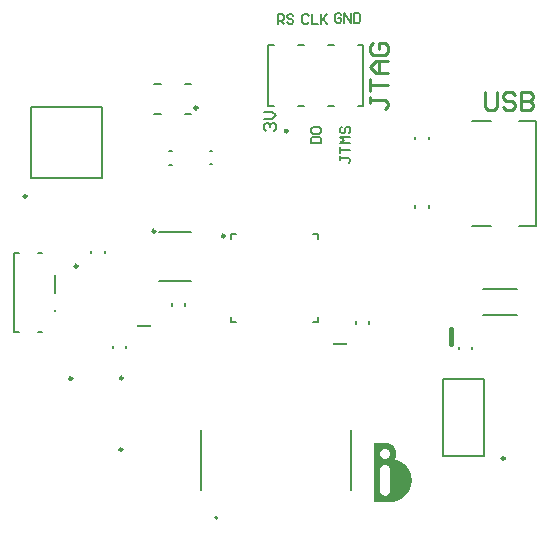
<source format=gbr>
%TF.GenerationSoftware,Altium Limited,Altium Designer,24.6.1 (21)*%
G04 Layer_Color=65535*
%FSLAX45Y45*%
%MOMM*%
%TF.SameCoordinates,02EA3464-56A9-4D0A-92B1-D56C91FA6429*%
%TF.FilePolarity,Positive*%
%TF.FileFunction,Legend,Top*%
%TF.Part,Single*%
G01*
G75*
%TA.AperFunction,NonConductor*%
%ADD50C,0.25000*%
%ADD51C,0.20000*%
%ADD52C,0.40000*%
%ADD53C,0.17000*%
%ADD54C,0.25400*%
%ADD55C,0.14000*%
%ADD56R,1.20000X0.20000*%
G36*
X3190554Y849683D02*
X3194198D01*
Y849525D01*
X3196258D01*
Y849366D01*
X3198000D01*
Y849208D01*
X3199426D01*
Y849049D01*
X3200693D01*
Y848891D01*
X3201802D01*
Y848732D01*
X3202911D01*
Y848574D01*
X3203862D01*
Y848416D01*
X3204812D01*
Y848257D01*
X3205762D01*
Y848099D01*
X3206554D01*
Y847940D01*
X3207347D01*
Y847782D01*
X3208139D01*
Y847624D01*
X3208772D01*
Y847465D01*
X3209564D01*
Y847307D01*
X3210198D01*
Y847148D01*
X3210832D01*
Y846990D01*
X3211465D01*
Y846831D01*
X3212099D01*
Y846673D01*
X3212733D01*
Y846515D01*
X3213366D01*
Y846356D01*
X3213842D01*
Y846198D01*
X3214475D01*
Y846039D01*
X3214950D01*
Y845881D01*
X3215584D01*
Y845722D01*
X3216059D01*
Y845564D01*
X3216535D01*
Y845406D01*
X3217010D01*
Y845247D01*
X3217485D01*
Y845089D01*
X3217960D01*
Y844930D01*
X3218436D01*
Y844772D01*
X3218911D01*
Y844614D01*
X3219386D01*
Y844455D01*
X3219861D01*
Y844297D01*
X3220337D01*
Y844139D01*
X3220812D01*
Y843980D01*
X3221287D01*
Y843822D01*
X3221604D01*
Y843663D01*
X3222079D01*
Y843505D01*
X3222554D01*
Y843346D01*
X3222871D01*
Y843188D01*
X3223347D01*
Y843030D01*
X3223663D01*
Y842871D01*
X3224139D01*
Y842713D01*
X3224456D01*
Y842554D01*
X3224772D01*
Y842396D01*
X3225248D01*
Y842237D01*
X3225564D01*
Y842079D01*
X3226040D01*
Y841921D01*
X3226357D01*
Y841762D01*
X3226673D01*
Y841604D01*
X3226990D01*
Y841445D01*
X3227465D01*
Y841287D01*
X3227782D01*
Y841129D01*
X3228099D01*
Y840970D01*
X3228416D01*
Y840812D01*
X3228733D01*
Y840653D01*
X3229049D01*
Y840495D01*
X3229525D01*
Y840336D01*
X3229842D01*
Y840178D01*
X3230158D01*
Y840020D01*
X3230475D01*
Y839861D01*
X3230792D01*
Y839703D01*
X3231109D01*
Y839544D01*
X3231426D01*
Y839386D01*
X3231743D01*
Y839227D01*
X3232059D01*
Y839069D01*
X3232218D01*
Y838911D01*
X3232535D01*
Y838752D01*
X3232852D01*
Y838594D01*
X3233168D01*
Y838435D01*
X3233485D01*
Y838277D01*
X3233802D01*
Y838119D01*
X3234119D01*
Y837960D01*
X3234277D01*
Y837802D01*
X3234594D01*
Y837643D01*
X3234911D01*
Y837485D01*
X3235228D01*
Y837326D01*
X3235544D01*
Y837168D01*
X3235703D01*
Y837010D01*
X3236020D01*
Y836851D01*
X3236337D01*
Y836693D01*
X3236495D01*
Y836535D01*
X3236812D01*
Y836376D01*
X3237129D01*
Y836218D01*
X3237287D01*
Y836059D01*
X3237604D01*
Y835901D01*
X3237921D01*
Y835742D01*
X3238079D01*
Y835584D01*
X3238396D01*
Y835426D01*
X3238713D01*
Y835267D01*
X3238871D01*
Y835109D01*
X3239188D01*
Y834950D01*
X3239347D01*
Y834792D01*
X3239663D01*
Y834633D01*
X3239822D01*
Y834475D01*
X3240139D01*
Y834317D01*
X3240297D01*
Y834158D01*
X3240614D01*
Y834000D01*
X3240931D01*
Y833841D01*
X3241089D01*
Y833683D01*
X3241406D01*
Y833525D01*
X3241564D01*
Y833366D01*
X3241723D01*
Y833208D01*
X3242039D01*
Y833049D01*
X3242198D01*
Y832891D01*
X3242515D01*
Y832732D01*
X3242673D01*
Y832574D01*
X3242990D01*
Y832416D01*
X3243148D01*
Y832257D01*
X3243465D01*
Y832099D01*
X3243624D01*
Y831940D01*
X3243782D01*
Y831782D01*
X3244099D01*
Y831623D01*
X3244257D01*
Y831465D01*
X3244416D01*
Y831307D01*
X3244733D01*
Y831148D01*
X3244891D01*
Y830990D01*
X3245049D01*
Y830831D01*
X3245366D01*
Y830673D01*
X3245525D01*
Y830515D01*
X3245683D01*
Y830356D01*
X3246000D01*
Y830198D01*
X3246158D01*
Y830039D01*
X3246317D01*
Y829881D01*
X3246634D01*
Y829722D01*
X3246792D01*
Y829564D01*
X3246951D01*
Y829406D01*
X3247109D01*
Y829247D01*
X3247426D01*
Y829089D01*
X3247584D01*
Y828931D01*
X3247743D01*
Y828772D01*
X3247901D01*
Y828614D01*
X3248218D01*
Y828455D01*
X3248376D01*
Y828297D01*
X3248535D01*
Y828138D01*
X3248693D01*
Y827980D01*
X3249010D01*
Y827822D01*
X3249168D01*
Y827663D01*
X3249327D01*
Y827505D01*
X3249485D01*
Y827346D01*
X3249643D01*
Y827188D01*
X3249960D01*
Y827030D01*
X3250119D01*
Y826871D01*
X3250277D01*
Y826713D01*
X3250436D01*
Y826554D01*
X3250594D01*
Y826396D01*
X3250752D01*
Y826237D01*
X3250911D01*
Y826079D01*
X3251228D01*
Y825921D01*
X3251386D01*
Y825762D01*
X3251545D01*
Y825604D01*
X3251703D01*
Y825445D01*
X3251861D01*
Y825287D01*
X3252020D01*
Y825128D01*
X3252178D01*
Y824970D01*
X3252337D01*
Y824812D01*
X3252653D01*
Y824653D01*
X3252812D01*
Y824495D01*
X3252970D01*
Y824336D01*
X3253129D01*
Y824178D01*
X3253287D01*
Y824020D01*
X3253446D01*
Y823861D01*
X3253604D01*
Y823703D01*
X3253762D01*
Y823544D01*
X3253921D01*
Y823386D01*
X3254079D01*
Y823227D01*
X3254238D01*
Y823069D01*
X3254396D01*
Y822911D01*
X3254555D01*
Y822752D01*
X3254713D01*
Y822594D01*
X3254871D01*
Y822435D01*
X3255030D01*
Y822277D01*
X3255188D01*
Y822118D01*
X3255347D01*
Y821960D01*
X3255505D01*
Y821802D01*
X3255663D01*
Y821643D01*
X3255822D01*
Y821485D01*
X3255980D01*
Y821327D01*
X3256139D01*
Y821168D01*
X3256297D01*
Y821010D01*
X3256456D01*
Y820851D01*
X3256614D01*
Y820693D01*
X3256772D01*
Y820535D01*
X3256931D01*
Y820376D01*
X3257089D01*
Y820218D01*
X3257247D01*
Y820059D01*
X3257406D01*
Y819901D01*
X3257564D01*
Y819742D01*
X3257723D01*
Y819584D01*
X3257881D01*
Y819426D01*
X3258040D01*
Y819267D01*
X3258198D01*
Y819109D01*
X3258356D01*
Y818950D01*
X3258515D01*
Y818633D01*
X3258673D01*
Y818475D01*
X3258832D01*
Y818317D01*
X3258990D01*
Y818158D01*
X3259148D01*
Y818000D01*
X3259307D01*
Y817841D01*
X3259465D01*
Y817683D01*
X3259624D01*
Y817525D01*
X3259782D01*
Y817208D01*
X3259941D01*
Y817049D01*
X3260099D01*
Y816891D01*
X3260257D01*
Y816732D01*
X3260416D01*
Y816574D01*
X3260574D01*
Y816416D01*
X3260733D01*
Y816257D01*
X3260891D01*
Y815940D01*
X3261050D01*
Y815782D01*
X3261208D01*
Y815623D01*
X3261366D01*
Y815465D01*
X3261525D01*
Y815307D01*
X3261683D01*
Y814990D01*
X3261842D01*
Y814831D01*
X3262000D01*
Y814673D01*
X3262158D01*
Y814515D01*
X3262317D01*
Y814198D01*
X3262475D01*
Y814040D01*
X3262634D01*
Y813881D01*
X3262792D01*
Y813723D01*
X3262951D01*
Y813406D01*
X3263109D01*
Y813247D01*
X3263267D01*
Y813089D01*
X3263426D01*
Y812931D01*
X3263584D01*
Y812614D01*
X3263743D01*
Y812455D01*
X3263901D01*
Y812297D01*
X3264060D01*
Y811980D01*
X3264218D01*
Y811822D01*
X3264376D01*
Y811663D01*
X3264535D01*
Y811346D01*
X3264693D01*
Y811188D01*
X3264851D01*
Y811030D01*
X3265010D01*
Y810713D01*
X3265168D01*
Y810554D01*
X3265327D01*
Y810396D01*
X3265485D01*
Y810079D01*
X3265643D01*
Y809921D01*
X3265802D01*
Y809604D01*
X3265960D01*
Y809445D01*
X3266119D01*
Y809287D01*
X3266277D01*
Y808970D01*
X3266436D01*
Y808812D01*
X3266594D01*
Y808495D01*
X3266752D01*
Y808336D01*
X3266911D01*
Y808020D01*
X3267069D01*
Y807861D01*
X3267228D01*
Y807544D01*
X3267386D01*
Y807386D01*
X3267545D01*
Y807069D01*
X3267703D01*
Y806911D01*
X3267861D01*
Y806594D01*
X3268020D01*
Y806436D01*
X3268178D01*
Y806119D01*
X3268337D01*
Y805960D01*
X3268495D01*
Y805643D01*
X3268653D01*
Y805485D01*
X3268812D01*
Y805168D01*
X3268970D01*
Y804851D01*
X3269129D01*
Y804693D01*
X3269287D01*
Y804376D01*
X3269446D01*
Y804218D01*
X3269604D01*
Y803901D01*
X3269762D01*
Y803584D01*
X3269921D01*
Y803426D01*
X3270079D01*
Y803109D01*
X3270238D01*
Y802792D01*
X3270396D01*
Y802633D01*
X3270555D01*
Y802317D01*
X3270713D01*
Y802000D01*
X3270871D01*
Y801683D01*
X3271030D01*
Y801524D01*
X3271188D01*
Y801208D01*
X3271347D01*
Y800891D01*
X3271505D01*
Y800574D01*
X3271663D01*
Y800416D01*
X3271822D01*
Y800099D01*
X3271980D01*
Y799782D01*
X3272138D01*
Y799465D01*
X3272297D01*
Y799148D01*
X3272455D01*
Y798832D01*
X3272614D01*
Y798515D01*
X3272772D01*
Y798198D01*
X3272931D01*
Y797881D01*
X3273089D01*
Y797723D01*
X3273247D01*
Y797406D01*
X3273406D01*
Y797089D01*
X3273564D01*
Y796772D01*
X3273723D01*
Y796297D01*
X3273881D01*
Y795980D01*
X3274040D01*
Y795663D01*
X3274198D01*
Y795346D01*
X3274356D01*
Y795029D01*
X3274515D01*
Y794713D01*
X3274673D01*
Y794396D01*
X3274832D01*
Y794079D01*
X3274990D01*
Y793604D01*
X3275148D01*
Y793287D01*
X3275307D01*
Y792970D01*
X3275465D01*
Y792653D01*
X3275624D01*
Y792178D01*
X3275782D01*
Y791861D01*
X3275941D01*
Y791544D01*
X3276099D01*
Y791069D01*
X3276257D01*
Y790752D01*
X3276416D01*
Y790277D01*
X3276574D01*
Y789960D01*
X3276733D01*
Y789485D01*
X3276891D01*
Y789168D01*
X3277050D01*
Y788693D01*
X3277208D01*
Y788376D01*
X3277366D01*
Y787901D01*
X3277525D01*
Y787426D01*
X3277683D01*
Y787109D01*
X3277842D01*
Y786633D01*
X3278000D01*
Y786158D01*
X3278158D01*
Y785683D01*
X3278317D01*
Y785208D01*
X3278475D01*
Y784732D01*
X3278634D01*
Y784257D01*
X3278792D01*
Y783782D01*
X3278951D01*
Y783307D01*
X3279109D01*
Y782832D01*
X3279267D01*
Y782356D01*
X3279426D01*
Y781723D01*
X3279584D01*
Y781247D01*
X3279742D01*
Y780614D01*
X3279901D01*
Y780138D01*
X3280059D01*
Y779505D01*
X3280218D01*
Y778871D01*
X3280376D01*
Y778396D01*
X3280535D01*
Y777762D01*
X3280693D01*
Y777128D01*
X3280851D01*
Y776495D01*
X3281010D01*
Y775703D01*
X3281168D01*
Y775069D01*
X3281327D01*
Y774277D01*
X3281485D01*
Y773485D01*
X3281644D01*
Y772693D01*
X3281802D01*
Y771901D01*
X3281960D01*
Y770950D01*
X3282119D01*
Y770158D01*
X3282277D01*
Y769049D01*
X3282436D01*
Y767940D01*
X3282594D01*
Y766832D01*
X3282752D01*
Y765564D01*
X3282911D01*
Y764138D01*
X3283069D01*
Y762396D01*
X3283228D01*
Y760020D01*
X3283386D01*
Y755425D01*
X3283545D01*
Y753683D01*
X3283386D01*
Y748930D01*
X3283228D01*
Y746713D01*
X3283069D01*
Y744970D01*
X3282911D01*
Y743544D01*
X3282752D01*
Y742119D01*
X3282594D01*
Y741010D01*
X3282436D01*
Y739901D01*
X3282277D01*
Y738950D01*
X3282119D01*
Y738000D01*
X3281960D01*
Y737208D01*
X3281802D01*
Y736257D01*
X3281644D01*
Y735465D01*
X3281485D01*
Y734673D01*
X3281327D01*
Y734039D01*
X3281168D01*
Y733247D01*
X3281010D01*
Y732614D01*
X3280851D01*
Y731980D01*
X3280693D01*
Y731346D01*
X3280535D01*
Y730713D01*
X3280376D01*
Y730079D01*
X3280218D01*
Y729445D01*
X3280059D01*
Y728970D01*
X3279901D01*
Y728336D01*
X3279742D01*
Y727861D01*
X3279584D01*
Y727228D01*
X3279426D01*
Y726752D01*
X3279267D01*
Y726277D01*
X3279109D01*
Y725802D01*
X3278951D01*
Y725168D01*
X3278792D01*
Y724693D01*
X3278634D01*
Y724218D01*
X3278475D01*
Y723743D01*
X3278317D01*
Y723267D01*
X3278158D01*
Y722950D01*
X3278000D01*
Y722475D01*
X3277842D01*
Y722000D01*
X3277683D01*
Y721525D01*
X3277525D01*
Y721208D01*
X3277366D01*
Y720733D01*
X3277208D01*
Y720257D01*
X3277050D01*
Y719940D01*
X3276891D01*
Y719465D01*
X3276733D01*
Y719148D01*
X3276574D01*
Y718673D01*
X3276416D01*
Y718356D01*
X3276257D01*
Y717881D01*
X3276099D01*
Y717564D01*
X3275941D01*
Y717247D01*
X3275782D01*
Y716772D01*
X3275624D01*
Y716455D01*
X3275465D01*
Y716139D01*
X3275307D01*
Y715663D01*
X3275148D01*
Y715346D01*
X3274990D01*
Y715030D01*
X3274832D01*
Y714713D01*
X3274673D01*
Y714396D01*
X3274515D01*
Y713921D01*
X3274356D01*
Y713604D01*
X3274198D01*
Y713287D01*
X3274040D01*
Y712970D01*
X3273881D01*
Y712653D01*
X3273723D01*
Y712336D01*
X3273564D01*
Y712020D01*
X3273406D01*
Y711703D01*
X3273247D01*
Y711386D01*
X3273089D01*
Y711069D01*
X3272931D01*
Y710752D01*
X3272772D01*
Y710435D01*
X3272614D01*
Y710119D01*
X3272455D01*
Y709802D01*
X3272297D01*
Y709643D01*
X3272138D01*
Y709326D01*
X3271980D01*
Y709010D01*
X3271822D01*
Y708693D01*
X3271663D01*
Y708376D01*
X3271505D01*
Y708059D01*
X3271347D01*
Y707901D01*
X3271980D01*
Y707742D01*
X3272614D01*
Y707584D01*
X3273247D01*
Y707426D01*
X3273881D01*
Y707267D01*
X3274515D01*
Y707109D01*
X3275148D01*
Y706950D01*
X3275782D01*
Y706792D01*
X3276416D01*
Y706634D01*
X3277050D01*
Y706475D01*
X3277683D01*
Y706317D01*
X3278158D01*
Y706158D01*
X3278792D01*
Y706000D01*
X3279426D01*
Y705841D01*
X3279901D01*
Y705683D01*
X3280535D01*
Y705525D01*
X3281010D01*
Y705366D01*
X3281644D01*
Y705208D01*
X3282119D01*
Y705049D01*
X3282594D01*
Y704891D01*
X3283228D01*
Y704732D01*
X3283703D01*
Y704574D01*
X3284178D01*
Y704416D01*
X3284654D01*
Y704257D01*
X3285129D01*
Y704099D01*
X3285762D01*
Y703940D01*
X3286238D01*
Y703782D01*
X3286713D01*
Y703624D01*
X3287188D01*
Y703465D01*
X3287663D01*
Y703307D01*
X3288139D01*
Y703148D01*
X3288614D01*
Y702990D01*
X3289089D01*
Y702831D01*
X3289564D01*
Y702673D01*
X3290040D01*
Y702515D01*
X3290356D01*
Y702356D01*
X3290832D01*
Y702198D01*
X3291307D01*
Y702039D01*
X3291782D01*
Y701881D01*
X3292257D01*
Y701722D01*
X3292574D01*
Y701564D01*
X3293050D01*
Y701406D01*
X3293525D01*
Y701247D01*
X3294000D01*
Y701089D01*
X3294317D01*
Y700931D01*
X3294792D01*
Y700772D01*
X3295267D01*
Y700614D01*
X3295584D01*
Y700455D01*
X3296059D01*
Y700297D01*
X3296376D01*
Y700139D01*
X3296851D01*
Y699980D01*
X3297168D01*
Y699822D01*
X3297644D01*
Y699663D01*
X3298119D01*
Y699505D01*
X3298436D01*
Y699346D01*
X3298752D01*
Y699188D01*
X3299228D01*
Y699030D01*
X3299545D01*
Y698871D01*
X3300020D01*
Y698713D01*
X3300337D01*
Y698554D01*
X3300812D01*
Y698396D01*
X3301129D01*
Y698237D01*
X3301446D01*
Y698079D01*
X3301921D01*
Y697921D01*
X3302237D01*
Y697762D01*
X3302554D01*
Y697604D01*
X3303030D01*
Y697445D01*
X3303346D01*
Y697287D01*
X3303663D01*
Y697129D01*
X3303980D01*
Y696970D01*
X3304455D01*
Y696812D01*
X3304772D01*
Y696653D01*
X3305089D01*
Y696495D01*
X3305406D01*
Y696336D01*
X3305881D01*
Y696178D01*
X3306198D01*
Y696020D01*
X3306515D01*
Y695861D01*
X3306832D01*
Y695703D01*
X3307149D01*
Y695544D01*
X3307465D01*
Y695386D01*
X3307941D01*
Y695227D01*
X3308257D01*
Y695069D01*
X3308574D01*
Y694911D01*
X3308891D01*
Y694752D01*
X3309208D01*
Y694594D01*
X3309525D01*
Y694435D01*
X3309841D01*
Y694277D01*
X3310158D01*
Y694119D01*
X3310475D01*
Y693960D01*
X3310792D01*
Y693802D01*
X3311109D01*
Y693644D01*
X3311426D01*
Y693485D01*
X3311743D01*
Y693327D01*
X3312059D01*
Y693168D01*
X3312376D01*
Y693010D01*
X3312693D01*
Y692851D01*
X3313010D01*
Y692693D01*
X3313327D01*
Y692535D01*
X3313644D01*
Y692376D01*
X3313960D01*
Y692218D01*
X3314277D01*
Y692059D01*
X3314594D01*
Y691901D01*
X3314911D01*
Y691742D01*
X3315228D01*
Y691584D01*
X3315545D01*
Y691426D01*
X3315703D01*
Y691267D01*
X3316020D01*
Y691109D01*
X3316337D01*
Y690950D01*
X3316654D01*
Y690792D01*
X3316970D01*
Y690634D01*
X3317287D01*
Y690475D01*
X3317604D01*
Y690317D01*
X3317762D01*
Y690158D01*
X3318079D01*
Y690000D01*
X3318396D01*
Y689841D01*
X3318713D01*
Y689683D01*
X3319030D01*
Y689525D01*
X3319188D01*
Y689366D01*
X3319505D01*
Y689208D01*
X3319822D01*
Y689049D01*
X3320139D01*
Y688891D01*
X3320297D01*
Y688732D01*
X3320614D01*
Y688574D01*
X3320931D01*
Y688416D01*
X3321248D01*
Y688257D01*
X3321406D01*
Y688099D01*
X3321723D01*
Y687940D01*
X3322040D01*
Y687782D01*
X3322356D01*
Y687624D01*
X3322515D01*
Y687465D01*
X3322832D01*
Y687307D01*
X3323149D01*
Y687148D01*
X3323307D01*
Y686990D01*
X3323624D01*
Y686831D01*
X3323941D01*
Y686673D01*
X3324099D01*
Y686515D01*
X3324416D01*
Y686356D01*
X3324733D01*
Y686198D01*
X3324891D01*
Y686040D01*
X3325208D01*
Y685881D01*
X3325525D01*
Y685723D01*
X3325683D01*
Y685564D01*
X3326000D01*
Y685406D01*
X3326158D01*
Y685247D01*
X3326475D01*
Y685089D01*
X3326792D01*
Y684931D01*
X3326950D01*
Y684772D01*
X3327267D01*
Y684614D01*
X3327426D01*
Y684455D01*
X3327743D01*
Y684297D01*
X3328059D01*
Y684139D01*
X3328218D01*
Y683980D01*
X3328535D01*
Y683822D01*
X3328693D01*
Y683663D01*
X3329010D01*
Y683505D01*
X3329168D01*
Y683346D01*
X3329485D01*
Y683188D01*
X3329644D01*
Y683030D01*
X3329960D01*
Y682871D01*
X3330277D01*
Y682713D01*
X3330436D01*
Y682554D01*
X3330753D01*
Y682396D01*
X3330911D01*
Y682237D01*
X3331228D01*
Y682079D01*
X3331386D01*
Y681921D01*
X3331703D01*
Y681762D01*
X3331861D01*
Y681604D01*
X3332178D01*
Y681445D01*
X3332336D01*
Y681287D01*
X3332495D01*
Y681129D01*
X3332812D01*
Y680970D01*
X3332970D01*
Y680812D01*
X3333287D01*
Y680653D01*
X3333445D01*
Y680495D01*
X3333762D01*
Y680336D01*
X3333921D01*
Y680178D01*
X3334238D01*
Y680020D01*
X3334396D01*
Y679861D01*
X3334713D01*
Y679703D01*
X3334871D01*
Y679544D01*
X3335030D01*
Y679386D01*
X3335346D01*
Y679227D01*
X3335505D01*
Y679069D01*
X3335822D01*
Y678911D01*
X3335980D01*
Y678752D01*
X3336139D01*
Y678594D01*
X3336455D01*
Y678436D01*
X3336614D01*
Y678277D01*
X3336931D01*
Y678119D01*
X3337089D01*
Y677960D01*
X3337248D01*
Y677802D01*
X3337564D01*
Y677643D01*
X3337723D01*
Y677485D01*
X3337881D01*
Y677327D01*
X3338198D01*
Y677168D01*
X3338356D01*
Y677010D01*
X3338673D01*
Y676851D01*
X3338832D01*
Y676693D01*
X3338990D01*
Y676535D01*
X3339307D01*
Y676376D01*
X3339465D01*
Y676218D01*
X3339624D01*
Y676059D01*
X3339940D01*
Y675901D01*
X3340099D01*
Y675742D01*
X3340257D01*
Y675584D01*
X3340574D01*
Y675426D01*
X3340733D01*
Y675267D01*
X3340891D01*
Y675109D01*
X3341049D01*
Y674950D01*
X3341366D01*
Y674792D01*
X3341525D01*
Y674633D01*
X3341683D01*
Y674475D01*
X3342000D01*
Y674317D01*
X3342158D01*
Y674158D01*
X3342317D01*
Y674000D01*
X3342634D01*
Y673841D01*
X3342792D01*
Y673683D01*
X3342950D01*
Y673525D01*
X3343109D01*
Y673366D01*
X3343426D01*
Y673208D01*
X3343584D01*
Y673049D01*
X3343743D01*
Y672891D01*
X3343901D01*
Y672732D01*
X3344218D01*
Y672574D01*
X3344376D01*
Y672416D01*
X3344535D01*
Y672257D01*
X3344693D01*
Y672099D01*
X3345010D01*
Y671940D01*
X3345168D01*
Y671782D01*
X3345327D01*
Y671623D01*
X3345485D01*
Y671465D01*
X3345644D01*
Y671307D01*
X3345960D01*
Y671148D01*
X3346119D01*
Y670990D01*
X3346277D01*
Y670832D01*
X3346436D01*
Y670673D01*
X3346753D01*
Y670515D01*
X3346911D01*
Y670356D01*
X3347069D01*
Y670198D01*
X3347228D01*
Y670040D01*
X3347386D01*
Y669881D01*
X3347703D01*
Y669723D01*
X3347861D01*
Y669564D01*
X3348020D01*
Y669406D01*
X3348178D01*
Y669247D01*
X3348337D01*
Y669089D01*
X3348495D01*
Y668931D01*
X3348812D01*
Y668772D01*
X3348970D01*
Y668614D01*
X3349129D01*
Y668455D01*
X3349287D01*
Y668297D01*
X3349445D01*
Y668138D01*
X3349604D01*
Y667980D01*
X3349921D01*
Y667822D01*
X3350079D01*
Y667663D01*
X3350238D01*
Y667505D01*
X3350396D01*
Y667346D01*
X3350554D01*
Y667188D01*
X3350713D01*
Y667030D01*
X3350871D01*
Y666871D01*
X3351188D01*
Y666713D01*
X3351347D01*
Y666554D01*
X3351505D01*
Y666396D01*
X3351663D01*
Y666237D01*
X3351822D01*
Y666079D01*
X3351980D01*
Y665921D01*
X3352139D01*
Y665762D01*
X3352297D01*
Y665604D01*
X3352455D01*
Y665445D01*
X3352772D01*
Y665287D01*
X3352931D01*
Y665128D01*
X3353089D01*
Y664970D01*
X3353248D01*
Y664812D01*
X3353406D01*
Y664653D01*
X3353564D01*
Y664495D01*
X3353723D01*
Y664336D01*
X3353881D01*
Y664178D01*
X3354040D01*
Y664020D01*
X3354198D01*
Y663861D01*
X3354357D01*
Y663703D01*
X3354673D01*
Y663545D01*
X3354832D01*
Y663386D01*
X3354990D01*
Y663228D01*
X3355148D01*
Y663069D01*
X3355307D01*
Y662911D01*
X3355465D01*
Y662752D01*
X3355624D01*
Y662594D01*
X3355782D01*
Y662436D01*
X3355940D01*
Y662277D01*
X3356099D01*
Y662119D01*
X3356257D01*
Y661960D01*
X3356416D01*
Y661802D01*
X3356574D01*
Y661643D01*
X3356733D01*
Y661485D01*
X3356891D01*
Y661327D01*
X3357049D01*
Y661168D01*
X3357208D01*
Y661010D01*
X3357366D01*
Y660851D01*
X3357525D01*
Y660693D01*
X3357683D01*
Y660535D01*
X3357842D01*
Y660376D01*
X3358000D01*
Y660218D01*
X3358317D01*
Y660059D01*
X3358475D01*
Y659901D01*
X3358634D01*
Y659742D01*
X3358792D01*
Y659584D01*
X3358950D01*
Y659426D01*
X3359109D01*
Y659267D01*
X3359267D01*
Y659109D01*
X3359426D01*
Y658950D01*
X3359584D01*
Y658792D01*
X3359743D01*
Y658633D01*
X3359901D01*
Y658475D01*
X3360059D01*
Y658317D01*
X3360218D01*
Y658000D01*
X3360376D01*
Y657841D01*
X3360535D01*
Y657683D01*
X3360693D01*
Y657525D01*
X3360852D01*
Y657366D01*
X3361010D01*
Y657208D01*
X3361168D01*
Y657049D01*
X3361327D01*
Y656891D01*
X3361485D01*
Y656732D01*
X3361644D01*
Y656574D01*
X3361802D01*
Y656416D01*
X3361960D01*
Y656257D01*
X3362119D01*
Y656099D01*
X3362277D01*
Y655941D01*
X3362435D01*
Y655782D01*
X3362594D01*
Y655624D01*
X3362752D01*
Y655465D01*
X3362911D01*
Y655307D01*
X3363069D01*
Y655148D01*
X3363228D01*
Y654990D01*
X3363386D01*
Y654832D01*
X3363544D01*
Y654673D01*
X3363703D01*
Y654515D01*
X3363861D01*
Y654198D01*
X3364020D01*
Y654040D01*
X3364178D01*
Y653881D01*
X3364337D01*
Y653723D01*
X3364495D01*
Y653564D01*
X3364653D01*
Y653406D01*
X3364812D01*
Y653247D01*
X3364970D01*
Y653089D01*
X3365129D01*
Y652931D01*
X3365287D01*
Y652772D01*
X3365445D01*
Y652614D01*
X3365604D01*
Y652297D01*
X3365762D01*
Y652138D01*
X3365921D01*
Y651980D01*
X3366079D01*
Y651822D01*
X3366238D01*
Y651663D01*
X3366396D01*
Y651505D01*
X3366554D01*
Y651346D01*
X3366713D01*
Y651188D01*
X3366871D01*
Y650871D01*
X3367030D01*
Y650713D01*
X3367188D01*
Y650554D01*
X3367347D01*
Y650396D01*
X3367505D01*
Y650237D01*
X3367663D01*
Y650079D01*
X3367822D01*
Y649921D01*
X3367980D01*
Y649604D01*
X3368139D01*
Y649445D01*
X3368297D01*
Y649287D01*
X3368455D01*
Y649128D01*
X3368614D01*
Y648970D01*
X3368772D01*
Y648812D01*
X3368931D01*
Y648653D01*
X3369089D01*
Y648337D01*
X3369248D01*
Y648178D01*
X3369406D01*
Y648020D01*
X3369564D01*
Y647861D01*
X3369723D01*
Y647703D01*
X3369881D01*
Y647386D01*
X3370039D01*
Y647228D01*
X3370198D01*
Y647069D01*
X3370356D01*
Y646911D01*
X3370515D01*
Y646752D01*
X3370673D01*
Y646436D01*
X3370832D01*
Y646277D01*
X3370990D01*
Y646119D01*
X3371148D01*
Y645960D01*
X3371307D01*
Y645802D01*
X3371465D01*
Y645485D01*
X3371624D01*
Y645327D01*
X3371782D01*
Y645168D01*
X3371940D01*
Y645010D01*
X3372099D01*
Y644693D01*
X3372257D01*
Y644534D01*
X3372416D01*
Y644376D01*
X3372574D01*
Y644218D01*
X3372733D01*
Y644059D01*
X3372891D01*
Y643742D01*
X3373049D01*
Y643584D01*
X3373208D01*
Y643426D01*
X3373366D01*
Y643109D01*
X3373525D01*
Y642950D01*
X3373683D01*
Y642792D01*
X3373842D01*
Y642633D01*
X3374000D01*
Y642317D01*
X3374158D01*
Y642158D01*
X3374317D01*
Y642000D01*
X3374475D01*
Y641841D01*
X3374634D01*
Y641524D01*
X3374792D01*
Y641366D01*
X3374950D01*
Y641208D01*
X3375109D01*
Y640891D01*
X3375267D01*
Y640733D01*
X3375426D01*
Y640574D01*
X3375584D01*
Y640257D01*
X3375743D01*
Y640099D01*
X3375901D01*
Y639941D01*
X3376059D01*
Y639624D01*
X3376218D01*
Y639465D01*
X3376376D01*
Y639307D01*
X3376535D01*
Y638990D01*
X3376693D01*
Y638832D01*
X3376852D01*
Y638673D01*
X3377010D01*
Y638356D01*
X3377168D01*
Y638198D01*
X3377327D01*
Y638039D01*
X3377485D01*
Y637723D01*
X3377643D01*
Y637564D01*
X3377802D01*
Y637406D01*
X3377960D01*
Y637089D01*
X3378119D01*
Y636931D01*
X3378277D01*
Y636614D01*
X3378436D01*
Y636455D01*
X3378594D01*
Y636297D01*
X3378752D01*
Y635980D01*
X3378911D01*
Y635822D01*
X3379069D01*
Y635505D01*
X3379228D01*
Y635346D01*
X3379386D01*
Y635188D01*
X3379544D01*
Y634871D01*
X3379703D01*
Y634713D01*
X3379861D01*
Y634396D01*
X3380020D01*
Y634237D01*
X3380178D01*
Y633921D01*
X3380337D01*
Y633762D01*
X3380495D01*
Y633604D01*
X3380653D01*
Y633287D01*
X3380812D01*
Y633129D01*
X3380970D01*
Y632812D01*
X3381129D01*
Y632653D01*
X3381287D01*
Y632337D01*
X3381446D01*
Y632178D01*
X3381604D01*
Y631861D01*
X3381762D01*
Y631703D01*
X3381921D01*
Y631386D01*
X3382079D01*
Y631228D01*
X3382238D01*
Y630911D01*
X3382396D01*
Y630752D01*
X3382554D01*
Y630436D01*
X3382713D01*
Y630277D01*
X3382871D01*
Y629960D01*
X3383030D01*
Y629802D01*
X3383188D01*
Y629485D01*
X3383347D01*
Y629327D01*
X3383505D01*
Y629010D01*
X3383663D01*
Y628851D01*
X3383822D01*
Y628534D01*
X3383980D01*
Y628218D01*
X3384139D01*
Y628059D01*
X3384297D01*
Y627742D01*
X3384456D01*
Y627584D01*
X3384614D01*
Y627267D01*
X3384772D01*
Y627109D01*
X3384931D01*
Y626792D01*
X3385089D01*
Y626475D01*
X3385247D01*
Y626317D01*
X3385406D01*
Y626000D01*
X3385564D01*
Y625842D01*
X3385723D01*
Y625525D01*
X3385881D01*
Y625208D01*
X3386039D01*
Y625049D01*
X3386198D01*
Y624733D01*
X3386356D01*
Y624416D01*
X3386515D01*
Y624257D01*
X3386673D01*
Y623941D01*
X3386832D01*
Y623624D01*
X3386990D01*
Y623465D01*
X3387148D01*
Y623148D01*
X3387307D01*
Y622832D01*
X3387465D01*
Y622673D01*
X3387624D01*
Y622356D01*
X3387782D01*
Y622039D01*
X3387941D01*
Y621881D01*
X3388099D01*
Y621564D01*
X3388257D01*
Y621247D01*
X3388416D01*
Y620931D01*
X3388574D01*
Y620772D01*
X3388733D01*
Y620455D01*
X3388891D01*
Y620138D01*
X3389049D01*
Y619822D01*
X3389208D01*
Y619663D01*
X3389366D01*
Y619346D01*
X3389525D01*
Y619029D01*
X3389683D01*
Y618713D01*
X3389842D01*
Y618396D01*
X3390000D01*
Y618238D01*
X3390158D01*
Y617921D01*
X3390317D01*
Y617604D01*
X3390475D01*
Y617287D01*
X3390634D01*
Y616970D01*
X3390792D01*
Y616812D01*
X3390951D01*
Y616495D01*
X3391109D01*
Y616178D01*
X3391267D01*
Y615861D01*
X3391426D01*
Y615544D01*
X3391584D01*
Y615228D01*
X3391743D01*
Y614911D01*
X3391901D01*
Y614594D01*
X3392059D01*
Y614277D01*
X3392218D01*
Y614119D01*
X3392376D01*
Y613802D01*
X3392534D01*
Y613485D01*
X3392693D01*
Y613168D01*
X3392851D01*
Y612851D01*
X3393010D01*
Y612534D01*
X3393168D01*
Y612218D01*
X3393327D01*
Y611901D01*
X3393485D01*
Y611584D01*
X3393643D01*
Y611267D01*
X3393802D01*
Y610950D01*
X3393960D01*
Y610634D01*
X3394119D01*
Y610317D01*
X3394277D01*
Y610000D01*
X3394436D01*
Y609683D01*
X3394594D01*
Y609366D01*
X3394752D01*
Y608891D01*
X3394911D01*
Y608574D01*
X3395069D01*
Y608257D01*
X3395228D01*
Y607940D01*
X3395386D01*
Y607624D01*
X3395544D01*
Y607307D01*
X3395703D01*
Y606990D01*
X3395861D01*
Y606673D01*
X3396020D01*
Y606198D01*
X3396178D01*
Y605881D01*
X3396337D01*
Y605564D01*
X3396495D01*
Y605247D01*
X3396653D01*
Y604930D01*
X3396812D01*
Y604455D01*
X3396970D01*
Y604138D01*
X3397129D01*
Y603822D01*
X3397287D01*
Y603505D01*
X3397446D01*
Y603030D01*
X3397604D01*
Y602713D01*
X3397762D01*
Y602396D01*
X3397921D01*
Y601921D01*
X3398079D01*
Y601604D01*
X3398238D01*
Y601287D01*
X3398396D01*
Y600812D01*
X3398554D01*
Y600495D01*
X3398713D01*
Y600178D01*
X3398871D01*
Y599703D01*
X3399030D01*
Y599386D01*
X3399188D01*
Y598911D01*
X3399347D01*
Y598594D01*
X3399505D01*
Y598119D01*
X3399663D01*
Y597802D01*
X3399822D01*
Y597327D01*
X3399980D01*
Y597010D01*
X3400138D01*
Y596534D01*
X3400297D01*
Y596218D01*
X3400455D01*
Y595743D01*
X3400614D01*
Y595426D01*
X3400772D01*
Y594950D01*
X3400931D01*
Y594475D01*
X3401089D01*
Y594158D01*
X3401247D01*
Y593683D01*
X3401406D01*
Y593208D01*
X3401564D01*
Y592891D01*
X3401723D01*
Y592416D01*
X3401881D01*
Y591940D01*
X3402039D01*
Y591465D01*
X3402198D01*
Y590990D01*
X3402356D01*
Y590673D01*
X3402515D01*
Y590198D01*
X3402673D01*
Y589723D01*
X3402832D01*
Y589247D01*
X3402990D01*
Y588772D01*
X3403148D01*
Y588297D01*
X3403307D01*
Y587822D01*
X3403465D01*
Y587347D01*
X3403624D01*
Y586871D01*
X3403782D01*
Y586396D01*
X3403941D01*
Y585921D01*
X3404099D01*
Y585445D01*
X3404257D01*
Y584970D01*
X3404416D01*
Y584337D01*
X3404574D01*
Y583861D01*
X3404733D01*
Y583386D01*
X3404891D01*
Y582911D01*
X3405049D01*
Y582277D01*
X3405208D01*
Y581802D01*
X3405366D01*
Y581168D01*
X3405525D01*
Y580693D01*
X3405683D01*
Y580218D01*
X3405842D01*
Y579584D01*
X3406000D01*
Y578950D01*
X3406158D01*
Y578475D01*
X3406317D01*
Y577841D01*
X3406475D01*
Y577208D01*
X3406634D01*
Y576733D01*
X3406792D01*
Y576099D01*
X3406951D01*
Y575465D01*
X3407109D01*
Y574831D01*
X3407267D01*
Y574198D01*
X3407426D01*
Y573564D01*
X3407584D01*
Y572931D01*
X3407742D01*
Y572297D01*
X3407901D01*
Y571505D01*
X3408059D01*
Y570871D01*
X3408218D01*
Y570238D01*
X3408376D01*
Y569445D01*
X3408535D01*
Y568812D01*
X3408693D01*
Y568020D01*
X3408851D01*
Y567228D01*
X3409010D01*
Y566435D01*
X3409168D01*
Y565644D01*
X3409327D01*
Y564851D01*
X3409485D01*
Y564059D01*
X3409643D01*
Y563267D01*
X3409802D01*
Y562317D01*
X3409960D01*
Y561525D01*
X3410119D01*
Y560574D01*
X3410277D01*
Y559624D01*
X3410436D01*
Y558515D01*
X3410594D01*
Y557564D01*
X3410752D01*
Y556455D01*
X3410911D01*
Y555346D01*
X3411069D01*
Y554238D01*
X3411228D01*
Y552970D01*
X3411386D01*
Y551703D01*
X3411545D01*
Y550277D01*
X3411703D01*
Y548851D01*
X3411861D01*
Y547267D01*
X3412020D01*
Y545366D01*
X3412178D01*
Y543465D01*
X3412337D01*
Y540931D01*
X3412495D01*
Y537921D01*
X3412653D01*
Y532059D01*
X3412812D01*
Y527941D01*
X3412653D01*
Y522079D01*
X3412495D01*
Y519069D01*
X3412337D01*
Y516693D01*
X3412178D01*
Y514633D01*
X3412020D01*
Y512891D01*
X3411861D01*
Y511148D01*
X3411703D01*
Y509723D01*
X3411545D01*
Y508297D01*
X3411386D01*
Y507030D01*
X3411228D01*
Y505762D01*
X3411069D01*
Y504653D01*
X3410911D01*
Y503545D01*
X3410752D01*
Y502436D01*
X3410594D01*
Y501485D01*
X3410436D01*
Y500376D01*
X3410277D01*
Y499426D01*
X3410119D01*
Y498633D01*
X3409960D01*
Y497683D01*
X3409802D01*
Y496733D01*
X3409643D01*
Y495941D01*
X3409485D01*
Y495148D01*
X3409327D01*
Y494356D01*
X3409168D01*
Y493564D01*
X3409010D01*
Y492772D01*
X3408851D01*
Y491980D01*
X3408693D01*
Y491188D01*
X3408535D01*
Y490554D01*
X3408376D01*
Y489762D01*
X3408218D01*
Y489129D01*
X3408059D01*
Y488495D01*
X3407901D01*
Y487703D01*
X3407742D01*
Y487069D01*
X3407584D01*
Y486436D01*
X3407426D01*
Y485802D01*
X3407267D01*
Y485168D01*
X3407109D01*
Y484534D01*
X3406951D01*
Y483901D01*
X3406792D01*
Y483267D01*
X3406634D01*
Y482792D01*
X3406475D01*
Y482158D01*
X3406317D01*
Y481525D01*
X3406158D01*
Y481049D01*
X3406000D01*
Y480416D01*
X3405842D01*
Y479941D01*
X3405683D01*
Y479307D01*
X3405525D01*
Y478832D01*
X3405366D01*
Y478198D01*
X3405208D01*
Y477723D01*
X3405049D01*
Y477247D01*
X3404891D01*
Y476614D01*
X3404733D01*
Y476138D01*
X3404574D01*
Y475663D01*
X3404416D01*
Y475188D01*
X3404257D01*
Y474554D01*
X3404099D01*
Y474079D01*
X3403941D01*
Y473604D01*
X3403782D01*
Y473129D01*
X3403624D01*
Y472653D01*
X3403465D01*
Y472178D01*
X3403307D01*
Y471703D01*
X3403148D01*
Y471228D01*
X3402990D01*
Y470752D01*
X3402832D01*
Y470277D01*
X3402673D01*
Y469802D01*
X3402515D01*
Y469327D01*
X3402356D01*
Y469010D01*
X3402198D01*
Y468534D01*
X3402039D01*
Y468059D01*
X3401881D01*
Y467584D01*
X3401723D01*
Y467267D01*
X3401564D01*
Y466792D01*
X3401406D01*
Y466317D01*
X3401247D01*
Y465842D01*
X3401089D01*
Y465525D01*
X3400931D01*
Y465049D01*
X3400772D01*
Y464733D01*
X3400614D01*
Y464257D01*
X3400455D01*
Y463782D01*
X3400297D01*
Y463465D01*
X3400138D01*
Y462990D01*
X3399980D01*
Y462673D01*
X3399822D01*
Y462198D01*
X3399663D01*
Y461881D01*
X3399505D01*
Y461406D01*
X3399347D01*
Y461089D01*
X3399188D01*
Y460614D01*
X3399030D01*
Y460297D01*
X3398871D01*
Y459822D01*
X3398713D01*
Y459505D01*
X3398554D01*
Y459188D01*
X3398396D01*
Y458713D01*
X3398238D01*
Y458396D01*
X3398079D01*
Y458079D01*
X3397921D01*
Y457604D01*
X3397762D01*
Y457287D01*
X3397604D01*
Y456970D01*
X3397446D01*
Y456495D01*
X3397287D01*
Y456178D01*
X3397129D01*
Y455861D01*
X3396970D01*
Y455544D01*
X3396812D01*
Y455069D01*
X3396653D01*
Y454752D01*
X3396495D01*
Y454435D01*
X3396337D01*
Y454119D01*
X3396178D01*
Y453802D01*
X3396020D01*
Y453327D01*
X3395861D01*
Y453010D01*
X3395703D01*
Y452693D01*
X3395544D01*
Y452376D01*
X3395386D01*
Y452059D01*
X3395228D01*
Y451743D01*
X3395069D01*
Y451426D01*
X3394911D01*
Y451109D01*
X3394752D01*
Y450634D01*
X3394594D01*
Y450317D01*
X3394436D01*
Y450000D01*
X3394277D01*
Y449683D01*
X3394119D01*
Y449366D01*
X3393960D01*
Y449049D01*
X3393802D01*
Y448733D01*
X3393643D01*
Y448416D01*
X3393485D01*
Y448099D01*
X3393327D01*
Y447782D01*
X3393168D01*
Y447465D01*
X3393010D01*
Y447148D01*
X3392851D01*
Y446832D01*
X3392693D01*
Y446515D01*
X3392534D01*
Y446198D01*
X3392376D01*
Y446039D01*
X3392218D01*
Y445723D01*
X3392059D01*
Y445406D01*
X3391901D01*
Y445089D01*
X3391743D01*
Y444772D01*
X3391584D01*
Y444455D01*
X3391426D01*
Y444139D01*
X3391267D01*
Y443822D01*
X3391109D01*
Y443505D01*
X3390951D01*
Y443347D01*
X3390792D01*
Y443030D01*
X3390634D01*
Y442713D01*
X3390475D01*
Y442396D01*
X3390317D01*
Y442079D01*
X3390158D01*
Y441762D01*
X3390000D01*
Y441604D01*
X3389842D01*
Y441287D01*
X3389683D01*
Y440970D01*
X3389525D01*
Y440653D01*
X3389366D01*
Y440337D01*
X3389208D01*
Y440178D01*
X3389049D01*
Y439861D01*
X3388891D01*
Y439544D01*
X3388733D01*
Y439228D01*
X3388574D01*
Y439069D01*
X3388416D01*
Y438752D01*
X3388257D01*
Y438435D01*
X3388099D01*
Y438119D01*
X3387941D01*
Y437960D01*
X3387782D01*
Y437644D01*
X3387624D01*
Y437327D01*
X3387465D01*
Y437168D01*
X3387307D01*
Y436852D01*
X3387148D01*
Y436535D01*
X3386990D01*
Y436376D01*
X3386832D01*
Y436059D01*
X3386673D01*
Y435743D01*
X3386515D01*
Y435584D01*
X3386356D01*
Y435267D01*
X3386198D01*
Y434950D01*
X3386039D01*
Y434792D01*
X3385881D01*
Y434475D01*
X3385723D01*
Y434158D01*
X3385564D01*
Y434000D01*
X3385406D01*
Y433683D01*
X3385247D01*
Y433525D01*
X3385089D01*
Y433208D01*
X3384931D01*
Y432891D01*
X3384772D01*
Y432733D01*
X3384614D01*
Y432416D01*
X3384456D01*
Y432257D01*
X3384297D01*
Y431940D01*
X3384139D01*
Y431782D01*
X3383980D01*
Y431465D01*
X3383822D01*
Y431148D01*
X3383663D01*
Y430990D01*
X3383505D01*
Y430673D01*
X3383347D01*
Y430515D01*
X3383188D01*
Y430198D01*
X3383030D01*
Y430040D01*
X3382871D01*
Y429723D01*
X3382713D01*
Y429564D01*
X3382554D01*
Y429248D01*
X3382396D01*
Y429089D01*
X3382238D01*
Y428772D01*
X3382079D01*
Y428614D01*
X3381921D01*
Y428297D01*
X3381762D01*
Y428139D01*
X3381604D01*
Y427822D01*
X3381446D01*
Y427663D01*
X3381287D01*
Y427347D01*
X3381129D01*
Y427188D01*
X3380970D01*
Y426871D01*
X3380812D01*
Y426713D01*
X3380653D01*
Y426396D01*
X3380495D01*
Y426238D01*
X3380337D01*
Y426079D01*
X3380178D01*
Y425762D01*
X3380020D01*
Y425604D01*
X3379861D01*
Y425287D01*
X3379703D01*
Y425129D01*
X3379544D01*
Y424812D01*
X3379386D01*
Y424653D01*
X3379228D01*
Y424495D01*
X3379069D01*
Y424178D01*
X3378911D01*
Y424020D01*
X3378752D01*
Y423703D01*
X3378594D01*
Y423544D01*
X3378436D01*
Y423386D01*
X3378277D01*
Y423069D01*
X3378119D01*
Y422911D01*
X3377960D01*
Y422594D01*
X3377802D01*
Y422436D01*
X3377643D01*
Y422277D01*
X3377485D01*
Y421960D01*
X3377327D01*
Y421802D01*
X3377168D01*
Y421644D01*
X3377010D01*
Y421327D01*
X3376852D01*
Y421168D01*
X3376693D01*
Y421010D01*
X3376535D01*
Y420693D01*
X3376376D01*
Y420535D01*
X3376218D01*
Y420376D01*
X3376059D01*
Y420059D01*
X3375901D01*
Y419901D01*
X3375743D01*
Y419743D01*
X3375584D01*
Y419426D01*
X3375426D01*
Y419267D01*
X3375267D01*
Y419109D01*
X3375109D01*
Y418792D01*
X3374950D01*
Y418634D01*
X3374792D01*
Y418475D01*
X3374634D01*
Y418317D01*
X3374475D01*
Y418000D01*
X3374317D01*
Y417841D01*
X3374158D01*
Y417683D01*
X3374000D01*
Y417366D01*
X3373842D01*
Y417208D01*
X3373683D01*
Y417049D01*
X3373525D01*
Y416891D01*
X3373366D01*
Y416574D01*
X3373208D01*
Y416416D01*
X3373049D01*
Y416257D01*
X3372891D01*
Y416099D01*
X3372733D01*
Y415782D01*
X3372574D01*
Y415624D01*
X3372416D01*
Y415465D01*
X3372257D01*
Y415307D01*
X3372099D01*
Y414990D01*
X3371940D01*
Y414832D01*
X3371782D01*
Y414673D01*
X3371624D01*
Y414515D01*
X3371465D01*
Y414198D01*
X3371307D01*
Y414040D01*
X3371148D01*
Y413881D01*
X3370990D01*
Y413723D01*
X3370832D01*
Y413564D01*
X3370673D01*
Y413248D01*
X3370515D01*
Y413089D01*
X3370356D01*
Y412931D01*
X3370198D01*
Y412772D01*
X3370039D01*
Y412614D01*
X3369881D01*
Y412297D01*
X3369723D01*
Y412139D01*
X3369564D01*
Y411980D01*
X3369406D01*
Y411822D01*
X3369248D01*
Y411663D01*
X3369089D01*
Y411505D01*
X3368931D01*
Y411188D01*
X3368772D01*
Y411030D01*
X3368614D01*
Y410871D01*
X3368455D01*
Y410713D01*
X3368297D01*
Y410554D01*
X3368139D01*
Y410396D01*
X3367980D01*
Y410079D01*
X3367822D01*
Y409921D01*
X3367663D01*
Y409762D01*
X3367505D01*
Y409604D01*
X3367347D01*
Y409445D01*
X3367188D01*
Y409287D01*
X3367030D01*
Y409129D01*
X3366871D01*
Y408812D01*
X3366713D01*
Y408653D01*
X3366554D01*
Y408495D01*
X3366396D01*
Y408336D01*
X3366238D01*
Y408178D01*
X3366079D01*
Y408020D01*
X3365921D01*
Y407861D01*
X3365762D01*
Y407703D01*
X3365604D01*
Y407545D01*
X3365445D01*
Y407228D01*
X3365287D01*
Y407069D01*
X3365129D01*
Y406911D01*
X3364970D01*
Y406753D01*
X3364812D01*
Y406594D01*
X3364653D01*
Y406436D01*
X3364495D01*
Y406277D01*
X3364337D01*
Y406119D01*
X3364178D01*
Y405960D01*
X3364020D01*
Y405802D01*
X3363861D01*
Y405644D01*
X3363703D01*
Y405327D01*
X3363544D01*
Y405168D01*
X3363386D01*
Y405010D01*
X3363228D01*
Y404851D01*
X3363069D01*
Y404693D01*
X3362911D01*
Y404535D01*
X3362752D01*
Y404376D01*
X3362594D01*
Y404218D01*
X3362435D01*
Y404059D01*
X3362277D01*
Y403901D01*
X3362119D01*
Y403743D01*
X3361960D01*
Y403584D01*
X3361802D01*
Y403426D01*
X3361644D01*
Y403267D01*
X3361485D01*
Y403109D01*
X3361327D01*
Y402950D01*
X3361168D01*
Y402792D01*
X3361010D01*
Y402634D01*
X3360852D01*
Y402475D01*
X3360693D01*
Y402317D01*
X3360535D01*
Y402158D01*
X3360376D01*
Y402000D01*
X3360218D01*
Y401841D01*
X3360059D01*
Y401683D01*
X3359901D01*
Y401525D01*
X3359743D01*
Y401366D01*
X3359584D01*
Y401208D01*
X3359426D01*
Y401049D01*
X3359267D01*
Y400891D01*
X3359109D01*
Y400733D01*
X3358950D01*
Y400574D01*
X3358792D01*
Y400416D01*
X3358634D01*
Y400258D01*
X3358475D01*
Y400099D01*
X3358317D01*
Y399941D01*
X3358158D01*
Y399782D01*
X3358000D01*
Y399624D01*
X3357842D01*
Y399465D01*
X3357683D01*
Y399307D01*
X3357525D01*
Y399149D01*
X3357366D01*
Y398990D01*
X3357208D01*
Y398832D01*
X3357049D01*
Y398673D01*
X3356891D01*
Y398515D01*
X3356733D01*
Y398356D01*
X3356574D01*
Y398198D01*
X3356416D01*
Y398040D01*
X3356257D01*
Y397881D01*
X3356099D01*
Y397723D01*
X3355940D01*
Y397564D01*
X3355782D01*
Y397406D01*
X3355624D01*
Y397248D01*
X3355465D01*
Y397089D01*
X3355307D01*
Y396931D01*
X3355148D01*
Y396772D01*
X3354990D01*
Y396614D01*
X3354832D01*
Y396455D01*
X3354515D01*
Y396297D01*
X3354357D01*
Y396139D01*
X3354198D01*
Y395980D01*
X3354040D01*
Y395822D01*
X3353881D01*
Y395663D01*
X3353723D01*
Y395505D01*
X3353564D01*
Y395346D01*
X3353406D01*
Y395188D01*
X3353248D01*
Y395030D01*
X3353089D01*
Y394871D01*
X3352931D01*
Y394713D01*
X3352772D01*
Y394554D01*
X3352455D01*
Y394396D01*
X3352297D01*
Y394238D01*
X3352139D01*
Y394079D01*
X3351980D01*
Y393921D01*
X3351822D01*
Y393762D01*
X3351663D01*
Y393604D01*
X3351505D01*
Y393445D01*
X3351347D01*
Y393287D01*
X3351030D01*
Y393129D01*
X3350871D01*
Y392970D01*
X3350713D01*
Y392812D01*
X3350554D01*
Y392654D01*
X3350396D01*
Y392495D01*
X3350238D01*
Y392337D01*
X3350079D01*
Y392178D01*
X3349762D01*
Y392020D01*
X3349604D01*
Y391861D01*
X3349445D01*
Y391703D01*
X3349287D01*
Y391545D01*
X3349129D01*
Y391386D01*
X3348970D01*
Y391228D01*
X3348812D01*
Y391069D01*
X3348495D01*
Y390911D01*
X3348337D01*
Y390752D01*
X3348178D01*
Y390594D01*
X3348020D01*
Y390436D01*
X3347861D01*
Y390277D01*
X3347544D01*
Y390119D01*
X3347386D01*
Y389960D01*
X3347228D01*
Y389802D01*
X3347069D01*
Y389644D01*
X3346911D01*
Y389485D01*
X3346594D01*
Y389327D01*
X3346436D01*
Y389168D01*
X3346277D01*
Y389010D01*
X3346119D01*
Y388851D01*
X3345960D01*
Y388693D01*
X3345644D01*
Y388535D01*
X3345485D01*
Y388376D01*
X3345327D01*
Y388218D01*
X3345168D01*
Y388059D01*
X3345010D01*
Y387901D01*
X3344693D01*
Y387742D01*
X3344535D01*
Y387584D01*
X3344376D01*
Y387426D01*
X3344218D01*
Y387267D01*
X3343901D01*
Y387109D01*
X3343743D01*
Y386950D01*
X3343584D01*
Y386792D01*
X3343426D01*
Y386634D01*
X3343109D01*
Y386475D01*
X3342950D01*
Y386317D01*
X3342792D01*
Y386158D01*
X3342475D01*
Y386000D01*
X3342317D01*
Y385841D01*
X3342158D01*
Y385683D01*
X3342000D01*
Y385525D01*
X3341683D01*
Y385366D01*
X3341525D01*
Y385208D01*
X3341366D01*
Y385050D01*
X3341049D01*
Y384891D01*
X3340891D01*
Y384733D01*
X3340733D01*
Y384574D01*
X3340416D01*
Y384416D01*
X3340257D01*
Y384257D01*
X3340099D01*
Y384099D01*
X3339940D01*
Y383941D01*
X3339624D01*
Y383782D01*
X3339465D01*
Y383624D01*
X3339307D01*
Y383465D01*
X3338990D01*
Y383307D01*
X3338832D01*
Y383149D01*
X3338515D01*
Y382990D01*
X3338356D01*
Y382832D01*
X3338198D01*
Y382673D01*
X3337881D01*
Y382515D01*
X3337723D01*
Y382356D01*
X3337564D01*
Y382198D01*
X3337248D01*
Y382040D01*
X3337089D01*
Y381881D01*
X3336931D01*
Y381723D01*
X3336614D01*
Y381564D01*
X3336455D01*
Y381406D01*
X3336139D01*
Y381247D01*
X3335980D01*
Y381089D01*
X3335822D01*
Y380931D01*
X3335505D01*
Y380772D01*
X3335346D01*
Y380614D01*
X3335030D01*
Y380455D01*
X3334871D01*
Y380297D01*
X3334554D01*
Y380139D01*
X3334396D01*
Y379980D01*
X3334238D01*
Y379822D01*
X3333921D01*
Y379663D01*
X3333762D01*
Y379505D01*
X3333445D01*
Y379346D01*
X3333287D01*
Y379188D01*
X3332970D01*
Y379030D01*
X3332812D01*
Y378871D01*
X3332495D01*
Y378713D01*
X3332336D01*
Y378554D01*
X3332020D01*
Y378396D01*
X3331861D01*
Y378237D01*
X3331545D01*
Y378079D01*
X3331386D01*
Y377921D01*
X3331069D01*
Y377762D01*
X3330911D01*
Y377604D01*
X3330594D01*
Y377446D01*
X3330436D01*
Y377287D01*
X3330119D01*
Y377129D01*
X3329960D01*
Y376970D01*
X3329644D01*
Y376812D01*
X3329485D01*
Y376654D01*
X3329168D01*
Y376495D01*
X3329010D01*
Y376337D01*
X3328693D01*
Y376178D01*
X3328535D01*
Y376020D01*
X3328218D01*
Y375861D01*
X3327901D01*
Y375703D01*
X3327743D01*
Y375545D01*
X3327426D01*
Y375386D01*
X3327267D01*
Y375228D01*
X3326950D01*
Y375069D01*
X3326792D01*
Y374911D01*
X3326475D01*
Y374752D01*
X3326158D01*
Y374594D01*
X3326000D01*
Y374436D01*
X3325683D01*
Y374277D01*
X3325366D01*
Y374119D01*
X3325208D01*
Y373960D01*
X3324891D01*
Y373802D01*
X3324733D01*
Y373644D01*
X3324416D01*
Y373485D01*
X3324099D01*
Y373327D01*
X3323941D01*
Y373168D01*
X3323624D01*
Y373010D01*
X3323307D01*
Y372851D01*
X3323149D01*
Y372693D01*
X3322832D01*
Y372535D01*
X3322515D01*
Y372376D01*
X3322198D01*
Y372218D01*
X3322040D01*
Y372059D01*
X3321723D01*
Y371901D01*
X3321406D01*
Y371742D01*
X3321248D01*
Y371584D01*
X3320931D01*
Y371426D01*
X3320614D01*
Y371267D01*
X3320297D01*
Y371109D01*
X3320139D01*
Y370950D01*
X3319822D01*
Y370792D01*
X3319505D01*
Y370634D01*
X3319188D01*
Y370475D01*
X3318871D01*
Y370317D01*
X3318713D01*
Y370159D01*
X3318396D01*
Y370000D01*
X3318079D01*
Y369842D01*
X3317762D01*
Y369683D01*
X3317445D01*
Y369525D01*
X3317287D01*
Y369366D01*
X3316970D01*
Y369208D01*
X3316654D01*
Y369050D01*
X3316337D01*
Y368891D01*
X3316020D01*
Y368733D01*
X3315703D01*
Y368574D01*
X3315386D01*
Y368416D01*
X3315228D01*
Y368257D01*
X3314911D01*
Y368099D01*
X3314594D01*
Y367941D01*
X3314277D01*
Y367782D01*
X3313960D01*
Y367624D01*
X3313644D01*
Y367465D01*
X3313327D01*
Y367307D01*
X3313010D01*
Y367149D01*
X3312693D01*
Y366990D01*
X3312376D01*
Y366832D01*
X3312059D01*
Y366673D01*
X3311743D01*
Y366515D01*
X3311426D01*
Y366356D01*
X3311109D01*
Y366198D01*
X3310792D01*
Y366040D01*
X3310475D01*
Y365881D01*
X3310158D01*
Y365723D01*
X3309841D01*
Y365564D01*
X3309525D01*
Y365406D01*
X3309208D01*
Y365247D01*
X3308891D01*
Y365089D01*
X3308574D01*
Y364931D01*
X3308257D01*
Y364772D01*
X3307782D01*
Y364614D01*
X3307465D01*
Y364455D01*
X3307149D01*
Y364297D01*
X3306832D01*
Y364139D01*
X3306515D01*
Y363980D01*
X3306198D01*
Y363822D01*
X3305723D01*
Y363663D01*
X3305406D01*
Y363505D01*
X3305089D01*
Y363346D01*
X3304772D01*
Y363188D01*
X3304455D01*
Y363030D01*
X3303980D01*
Y362871D01*
X3303663D01*
Y362713D01*
X3303346D01*
Y362555D01*
X3302871D01*
Y362396D01*
X3302554D01*
Y362238D01*
X3302237D01*
Y362079D01*
X3301921D01*
Y361921D01*
X3301446D01*
Y361762D01*
X3301129D01*
Y361604D01*
X3300654D01*
Y361446D01*
X3300337D01*
Y361287D01*
X3300020D01*
Y361129D01*
X3299545D01*
Y360970D01*
X3299228D01*
Y360812D01*
X3298752D01*
Y360653D01*
X3298436D01*
Y360495D01*
X3297960D01*
Y360337D01*
X3297644D01*
Y360178D01*
X3297168D01*
Y360020D01*
X3296851D01*
Y359861D01*
X3296376D01*
Y359703D01*
X3296059D01*
Y359545D01*
X3295584D01*
Y359386D01*
X3295109D01*
Y359228D01*
X3294792D01*
Y359069D01*
X3294317D01*
Y358911D01*
X3293842D01*
Y358752D01*
X3293525D01*
Y358594D01*
X3293050D01*
Y358436D01*
X3292574D01*
Y358277D01*
X3292257D01*
Y358119D01*
X3291782D01*
Y357960D01*
X3291307D01*
Y357802D01*
X3290832D01*
Y357643D01*
X3290356D01*
Y357485D01*
X3289881D01*
Y357327D01*
X3289564D01*
Y357168D01*
X3289089D01*
Y357010D01*
X3288614D01*
Y356851D01*
X3288139D01*
Y356693D01*
X3287663D01*
Y356535D01*
X3287188D01*
Y356376D01*
X3286713D01*
Y356218D01*
X3286238D01*
Y356059D01*
X3285604D01*
Y355901D01*
X3285129D01*
Y355742D01*
X3284654D01*
Y355584D01*
X3284178D01*
Y355426D01*
X3283703D01*
Y355267D01*
X3283069D01*
Y355109D01*
X3282594D01*
Y354951D01*
X3282119D01*
Y354792D01*
X3281485D01*
Y354634D01*
X3281010D01*
Y354475D01*
X3280376D01*
Y354317D01*
X3279901D01*
Y354158D01*
X3279267D01*
Y354000D01*
X3278792D01*
Y353842D01*
X3278158D01*
Y353683D01*
X3277525D01*
Y353525D01*
X3277050D01*
Y353366D01*
X3276416D01*
Y353208D01*
X3275782D01*
Y353050D01*
X3275148D01*
Y352891D01*
X3274515D01*
Y352733D01*
X3273881D01*
Y352574D01*
X3273247D01*
Y352416D01*
X3272614D01*
Y352257D01*
X3271980D01*
Y352099D01*
X3271188D01*
Y351941D01*
X3270555D01*
Y351782D01*
X3269921D01*
Y351624D01*
X3269129D01*
Y351465D01*
X3268337D01*
Y351307D01*
X3267703D01*
Y351148D01*
X3266911D01*
Y350990D01*
X3266119D01*
Y350832D01*
X3265327D01*
Y350673D01*
X3264535D01*
Y350515D01*
X3263584D01*
Y350356D01*
X3262792D01*
Y350198D01*
X3261842D01*
Y350040D01*
X3261050D01*
Y349881D01*
X3260099D01*
Y349723D01*
X3258990D01*
Y349564D01*
X3258040D01*
Y349406D01*
X3256931D01*
Y349247D01*
X3255980D01*
Y349089D01*
X3254713D01*
Y348931D01*
X3253604D01*
Y348772D01*
X3252337D01*
Y348614D01*
X3250911D01*
Y348455D01*
X3249485D01*
Y348297D01*
X3247901D01*
Y348138D01*
X3246317D01*
Y347980D01*
X3244416D01*
Y347822D01*
X3242198D01*
Y347663D01*
X3239347D01*
Y347505D01*
X3235386D01*
Y347347D01*
X3092970D01*
Y581643D01*
Y581802D01*
Y849841D01*
X3190554D01*
Y849683D01*
D02*
G37*
%LPC*%
G36*
X3190396Y659267D02*
X3186119D01*
Y659109D01*
X3183901D01*
Y658950D01*
X3182634D01*
Y658792D01*
X3181525D01*
Y658633D01*
X3180574D01*
Y658475D01*
X3179782D01*
Y658317D01*
X3178990D01*
Y658158D01*
X3178356D01*
Y658000D01*
X3177723D01*
Y657841D01*
X3177089D01*
Y657683D01*
X3176455D01*
Y657525D01*
X3175980D01*
Y657366D01*
X3175505D01*
Y657208D01*
X3175030D01*
Y657049D01*
X3174554D01*
Y656891D01*
X3174079D01*
Y656732D01*
X3173604D01*
Y656574D01*
X3173287D01*
Y656416D01*
X3172812D01*
Y656257D01*
X3172495D01*
Y656099D01*
X3172020D01*
Y655941D01*
X3171703D01*
Y655782D01*
X3171386D01*
Y655624D01*
X3170911D01*
Y655465D01*
X3170594D01*
Y655307D01*
X3170277D01*
Y655148D01*
X3169960D01*
Y654990D01*
X3169644D01*
Y654832D01*
X3169327D01*
Y654673D01*
X3169010D01*
Y654515D01*
X3168693D01*
Y654356D01*
X3168376D01*
Y654198D01*
X3168059D01*
Y654040D01*
X3167743D01*
Y653881D01*
X3167584D01*
Y653723D01*
X3167267D01*
Y653564D01*
X3166950D01*
Y653406D01*
X3166792D01*
Y653247D01*
X3166475D01*
Y653089D01*
X3166159D01*
Y652931D01*
X3166000D01*
Y652772D01*
X3165683D01*
Y652614D01*
X3165525D01*
Y652455D01*
X3165208D01*
Y652297D01*
X3164891D01*
Y652138D01*
X3164733D01*
Y651980D01*
X3164574D01*
Y651822D01*
X3164258D01*
Y651663D01*
X3164099D01*
Y651505D01*
X3163782D01*
Y651346D01*
X3163624D01*
Y651188D01*
X3163307D01*
Y651030D01*
X3163149D01*
Y650871D01*
X3162990D01*
Y650713D01*
X3162673D01*
Y650554D01*
X3162515D01*
Y650396D01*
X3162356D01*
Y650237D01*
X3162198D01*
Y650079D01*
X3161881D01*
Y649921D01*
X3161723D01*
Y649762D01*
X3161564D01*
Y649604D01*
X3161406D01*
Y649445D01*
X3161248D01*
Y649287D01*
X3160931D01*
Y649128D01*
X3160772D01*
Y648970D01*
X3160614D01*
Y648812D01*
X3160455D01*
Y648653D01*
X3160297D01*
Y648495D01*
X3160139D01*
Y648337D01*
X3159980D01*
Y648178D01*
X3159822D01*
Y648020D01*
X3159505D01*
Y647861D01*
X3159346D01*
Y647703D01*
X3159188D01*
Y647544D01*
X3159030D01*
Y647386D01*
X3158871D01*
Y647228D01*
X3158713D01*
Y647069D01*
X3158555D01*
Y646911D01*
X3158396D01*
Y646752D01*
X3158238D01*
Y646594D01*
X3158079D01*
Y646436D01*
X3157921D01*
Y646277D01*
X3157763D01*
Y646119D01*
X3157604D01*
Y645960D01*
X3157446D01*
Y645643D01*
X3157287D01*
Y645485D01*
X3157129D01*
Y645327D01*
X3156970D01*
Y645168D01*
X3156812D01*
Y645010D01*
X3156654D01*
Y644851D01*
X3156495D01*
Y644693D01*
X3156337D01*
Y644534D01*
X3156178D01*
Y644218D01*
X3156020D01*
Y644059D01*
X3155861D01*
Y643901D01*
X3155703D01*
Y643742D01*
X3155545D01*
Y643426D01*
X3155386D01*
Y643267D01*
X3155228D01*
Y643109D01*
X3155069D01*
Y642950D01*
X3154911D01*
Y642633D01*
X3154753D01*
Y642475D01*
X3154594D01*
Y642317D01*
X3154436D01*
Y642000D01*
X3154277D01*
Y641841D01*
X3154119D01*
Y641524D01*
X3153960D01*
Y641366D01*
X3153802D01*
Y641208D01*
X3153644D01*
Y640891D01*
X3153485D01*
Y640733D01*
X3153327D01*
Y640416D01*
X3153168D01*
Y640257D01*
X3153010D01*
Y639941D01*
X3152851D01*
Y639782D01*
X3152693D01*
Y639465D01*
X3152535D01*
Y639148D01*
X3152376D01*
Y638990D01*
X3152218D01*
Y638673D01*
X3152059D01*
Y638356D01*
X3151901D01*
Y638198D01*
X3151743D01*
Y637881D01*
X3151584D01*
Y637564D01*
X3151426D01*
Y637247D01*
X3151267D01*
Y636931D01*
X3151109D01*
Y636614D01*
X3150951D01*
Y636297D01*
X3150792D01*
Y635980D01*
X3150634D01*
Y635663D01*
X3150475D01*
Y635346D01*
X3150317D01*
Y635029D01*
X3150159D01*
Y634713D01*
X3150000D01*
Y634396D01*
X3149842D01*
Y634079D01*
X3149683D01*
Y633604D01*
X3149525D01*
Y633287D01*
X3149366D01*
Y632812D01*
X3149208D01*
Y632495D01*
X3149050D01*
Y632020D01*
X3148891D01*
Y631703D01*
X3148733D01*
Y631228D01*
X3148574D01*
Y630752D01*
X3148416D01*
Y630277D01*
X3148257D01*
Y629802D01*
X3148099D01*
Y629168D01*
X3147941D01*
Y628693D01*
X3147782D01*
Y628059D01*
X3147624D01*
Y627426D01*
X3147465D01*
Y626792D01*
X3147307D01*
Y626000D01*
X3147149D01*
Y625208D01*
X3146990D01*
Y624416D01*
X3146832D01*
Y623307D01*
X3146673D01*
Y622039D01*
X3146515D01*
Y620297D01*
X3146356D01*
Y610475D01*
Y610317D01*
Y439703D01*
X3146515D01*
Y437960D01*
X3146673D01*
Y436693D01*
X3146832D01*
Y435584D01*
X3146990D01*
Y434792D01*
X3147149D01*
Y434000D01*
X3147307D01*
Y433208D01*
X3147465D01*
Y432574D01*
X3147624D01*
Y431940D01*
X3147782D01*
Y431307D01*
X3147941D01*
Y430832D01*
X3148099D01*
Y430198D01*
X3148257D01*
Y429723D01*
X3148416D01*
Y429248D01*
X3148574D01*
Y428772D01*
X3148733D01*
Y428455D01*
X3148891D01*
Y427980D01*
X3149050D01*
Y427505D01*
X3149208D01*
Y427188D01*
X3149366D01*
Y426713D01*
X3149525D01*
Y426396D01*
X3149683D01*
Y425921D01*
X3149842D01*
Y425604D01*
X3150000D01*
Y425287D01*
X3150159D01*
Y424970D01*
X3150317D01*
Y424653D01*
X3150475D01*
Y424337D01*
X3150634D01*
Y424020D01*
X3150792D01*
Y423703D01*
X3150951D01*
Y423386D01*
X3151109D01*
Y423069D01*
X3151267D01*
Y422753D01*
X3151426D01*
Y422436D01*
X3151584D01*
Y422119D01*
X3151743D01*
Y421960D01*
X3151901D01*
Y421644D01*
X3152059D01*
Y421327D01*
X3152218D01*
Y421010D01*
X3152376D01*
Y420851D01*
X3152535D01*
Y420535D01*
X3152693D01*
Y420376D01*
X3152851D01*
Y420059D01*
X3153010D01*
Y419743D01*
X3153168D01*
Y419584D01*
X3153327D01*
Y419267D01*
X3153485D01*
Y419109D01*
X3153644D01*
Y418792D01*
X3153802D01*
Y418634D01*
X3153960D01*
Y418475D01*
X3154119D01*
Y418158D01*
X3154277D01*
Y418000D01*
X3154436D01*
Y417683D01*
X3154594D01*
Y417525D01*
X3154753D01*
Y417366D01*
X3154911D01*
Y417049D01*
X3155069D01*
Y416891D01*
X3155228D01*
Y416733D01*
X3155386D01*
Y416574D01*
X3155545D01*
Y416257D01*
X3155703D01*
Y416099D01*
X3155861D01*
Y415940D01*
X3156020D01*
Y415782D01*
X3156178D01*
Y415624D01*
X3156337D01*
Y415307D01*
X3156495D01*
Y415149D01*
X3156654D01*
Y414990D01*
X3156812D01*
Y414832D01*
X3156970D01*
Y414673D01*
X3157129D01*
Y414515D01*
X3157287D01*
Y414356D01*
X3157446D01*
Y414198D01*
X3157604D01*
Y413881D01*
X3157763D01*
Y413723D01*
X3157921D01*
Y413564D01*
X3158079D01*
Y413406D01*
X3158238D01*
Y413248D01*
X3158396D01*
Y413089D01*
X3158555D01*
Y412931D01*
X3158713D01*
Y412772D01*
X3158871D01*
Y412614D01*
X3159030D01*
Y412455D01*
X3159188D01*
Y412297D01*
X3159346D01*
Y412139D01*
X3159505D01*
Y411980D01*
X3159822D01*
Y411822D01*
X3159980D01*
Y411663D01*
X3160139D01*
Y411505D01*
X3160297D01*
Y411346D01*
X3160455D01*
Y411188D01*
X3160614D01*
Y411030D01*
X3160772D01*
Y410871D01*
X3160931D01*
Y410713D01*
X3161248D01*
Y410554D01*
X3161406D01*
Y410396D01*
X3161564D01*
Y410238D01*
X3161723D01*
Y410079D01*
X3161881D01*
Y409921D01*
X3162198D01*
Y409762D01*
X3162356D01*
Y409604D01*
X3162515D01*
Y409445D01*
X3162832D01*
Y409287D01*
X3162990D01*
Y409129D01*
X3163149D01*
Y408970D01*
X3163465D01*
Y408812D01*
X3163624D01*
Y408653D01*
X3163782D01*
Y408495D01*
X3164099D01*
Y408336D01*
X3164258D01*
Y408178D01*
X3164574D01*
Y408020D01*
X3164733D01*
Y407861D01*
X3165050D01*
Y407703D01*
X3165208D01*
Y407545D01*
X3165525D01*
Y407386D01*
X3165683D01*
Y407228D01*
X3166000D01*
Y407069D01*
X3166159D01*
Y406911D01*
X3166475D01*
Y406753D01*
X3166792D01*
Y406594D01*
X3166950D01*
Y406436D01*
X3167267D01*
Y406277D01*
X3167584D01*
Y406119D01*
X3167901D01*
Y405960D01*
X3168059D01*
Y405802D01*
X3168376D01*
Y405644D01*
X3168693D01*
Y405485D01*
X3169010D01*
Y405327D01*
X3169327D01*
Y405168D01*
X3169644D01*
Y405010D01*
X3169960D01*
Y404851D01*
X3170277D01*
Y404693D01*
X3170594D01*
Y404535D01*
X3170911D01*
Y404376D01*
X3171386D01*
Y404218D01*
X3171703D01*
Y404059D01*
X3172020D01*
Y403901D01*
X3172495D01*
Y403743D01*
X3172812D01*
Y403584D01*
X3173287D01*
Y403426D01*
X3173604D01*
Y403267D01*
X3174079D01*
Y403109D01*
X3174554D01*
Y402950D01*
X3175030D01*
Y402792D01*
X3175505D01*
Y402634D01*
X3175980D01*
Y402475D01*
X3176614D01*
Y402317D01*
X3177089D01*
Y402158D01*
X3177723D01*
Y402000D01*
X3178356D01*
Y401841D01*
X3178990D01*
Y401683D01*
X3179782D01*
Y401525D01*
X3180574D01*
Y401366D01*
X3181525D01*
Y401208D01*
X3182634D01*
Y401049D01*
X3184059D01*
Y400891D01*
X3186277D01*
Y400733D01*
X3190079D01*
Y400891D01*
X3192297D01*
Y401049D01*
X3193723D01*
Y401208D01*
X3194832D01*
Y401366D01*
X3195782D01*
Y401525D01*
X3196574D01*
Y401683D01*
X3197366D01*
Y401841D01*
X3198000D01*
Y402000D01*
X3198634D01*
Y402158D01*
X3199267D01*
Y402317D01*
X3199901D01*
Y402475D01*
X3200376D01*
Y402634D01*
X3200852D01*
Y402792D01*
X3201327D01*
Y402950D01*
X3201802D01*
Y403109D01*
X3202277D01*
Y403267D01*
X3202753D01*
Y403426D01*
X3203069D01*
Y403584D01*
X3203545D01*
Y403743D01*
X3204020D01*
Y403901D01*
X3204337D01*
Y404059D01*
X3204653D01*
Y404218D01*
X3205129D01*
Y404376D01*
X3205445D01*
Y404535D01*
X3205762D01*
Y404693D01*
X3206079D01*
Y404851D01*
X3206396D01*
Y405010D01*
X3206713D01*
Y405168D01*
X3207030D01*
Y405327D01*
X3207347D01*
Y405485D01*
X3207663D01*
Y405644D01*
X3207980D01*
Y405802D01*
X3208297D01*
Y405960D01*
X3208614D01*
Y406119D01*
X3208772D01*
Y406277D01*
X3209089D01*
Y406436D01*
X3209406D01*
Y406594D01*
X3209723D01*
Y406753D01*
X3209881D01*
Y406911D01*
X3210198D01*
Y407069D01*
X3210357D01*
Y407228D01*
X3210673D01*
Y407386D01*
X3210990D01*
Y407545D01*
X3211149D01*
Y407703D01*
X3211465D01*
Y407861D01*
X3211624D01*
Y408020D01*
X3211940D01*
Y408178D01*
X3212099D01*
Y408336D01*
X3212257D01*
Y408495D01*
X3212574D01*
Y408653D01*
X3212733D01*
Y408812D01*
X3213049D01*
Y408970D01*
X3213208D01*
Y409129D01*
X3213366D01*
Y409287D01*
X3213683D01*
Y409445D01*
X3213842D01*
Y409604D01*
X3214000D01*
Y409762D01*
X3214158D01*
Y409921D01*
X3214475D01*
Y410079D01*
X3214634D01*
Y410238D01*
X3214792D01*
Y410396D01*
X3214950D01*
Y410554D01*
X3215267D01*
Y410713D01*
X3215426D01*
Y410871D01*
X3215584D01*
Y411030D01*
X3215743D01*
Y411188D01*
X3215901D01*
Y411346D01*
X3216059D01*
Y411505D01*
X3216218D01*
Y411663D01*
X3216535D01*
Y411822D01*
X3216693D01*
Y411980D01*
X3216852D01*
Y412139D01*
X3217010D01*
Y412297D01*
X3217168D01*
Y412455D01*
X3217327D01*
Y412614D01*
X3217485D01*
Y412772D01*
X3217644D01*
Y412931D01*
X3217802D01*
Y413089D01*
X3217960D01*
Y413248D01*
X3218119D01*
Y413406D01*
X3218277D01*
Y413564D01*
X3218436D01*
Y413723D01*
X3218594D01*
Y413881D01*
X3218753D01*
Y414040D01*
X3218911D01*
Y414198D01*
X3219069D01*
Y414356D01*
X3219228D01*
Y414673D01*
X3219386D01*
Y414832D01*
X3219544D01*
Y414990D01*
X3219703D01*
Y415149D01*
X3219861D01*
Y415307D01*
X3220020D01*
Y415465D01*
X3220178D01*
Y415782D01*
X3220337D01*
Y415940D01*
X3220495D01*
Y416099D01*
X3220653D01*
Y416257D01*
X3220812D01*
Y416416D01*
X3220970D01*
Y416733D01*
X3221129D01*
Y416891D01*
X3221287D01*
Y417049D01*
X3221446D01*
Y417366D01*
X3221604D01*
Y417525D01*
X3221762D01*
Y417683D01*
X3221921D01*
Y418000D01*
X3222079D01*
Y418158D01*
X3222238D01*
Y418317D01*
X3222396D01*
Y418634D01*
X3222554D01*
Y418792D01*
X3222713D01*
Y419109D01*
X3222871D01*
Y419267D01*
X3223030D01*
Y419584D01*
X3223188D01*
Y419743D01*
X3223347D01*
Y420059D01*
X3223505D01*
Y420218D01*
X3223663D01*
Y420535D01*
X3223822D01*
Y420693D01*
X3223980D01*
Y421010D01*
X3224139D01*
Y421327D01*
X3224297D01*
Y421485D01*
X3224456D01*
Y421802D01*
X3224614D01*
Y422119D01*
X3224772D01*
Y422436D01*
X3224931D01*
Y422753D01*
X3225089D01*
Y422911D01*
X3225248D01*
Y423228D01*
X3225406D01*
Y423544D01*
X3225564D01*
Y423861D01*
X3225723D01*
Y424178D01*
X3225881D01*
Y424495D01*
X3226040D01*
Y424812D01*
X3226198D01*
Y425287D01*
X3226357D01*
Y425604D01*
X3226515D01*
Y425921D01*
X3226673D01*
Y426238D01*
X3226832D01*
Y426713D01*
X3226990D01*
Y427030D01*
X3227148D01*
Y427505D01*
X3227307D01*
Y427822D01*
X3227465D01*
Y428297D01*
X3227624D01*
Y428772D01*
X3227782D01*
Y429248D01*
X3227941D01*
Y429723D01*
X3228099D01*
Y430198D01*
X3228257D01*
Y430673D01*
X3228416D01*
Y431307D01*
X3228574D01*
Y431782D01*
X3228733D01*
Y432416D01*
X3228891D01*
Y433049D01*
X3229049D01*
Y433842D01*
X3229208D01*
Y434634D01*
X3229366D01*
Y435426D01*
X3229525D01*
Y436535D01*
X3229683D01*
Y437644D01*
X3229842D01*
Y439228D01*
X3230000D01*
Y620772D01*
X3229842D01*
Y622356D01*
X3229683D01*
Y623624D01*
X3229525D01*
Y624574D01*
X3229366D01*
Y625366D01*
X3229208D01*
Y626158D01*
X3229049D01*
Y626950D01*
X3228891D01*
Y627584D01*
X3228733D01*
Y628218D01*
X3228574D01*
Y628851D01*
X3228416D01*
Y629327D01*
X3228257D01*
Y629802D01*
X3228099D01*
Y630277D01*
X3227941D01*
Y630752D01*
X3227782D01*
Y631228D01*
X3227624D01*
Y631703D01*
X3227465D01*
Y632178D01*
X3227307D01*
Y632495D01*
X3227148D01*
Y632970D01*
X3226990D01*
Y633287D01*
X3226832D01*
Y633762D01*
X3226673D01*
Y634079D01*
X3226515D01*
Y634396D01*
X3226357D01*
Y634871D01*
X3226198D01*
Y635188D01*
X3226040D01*
Y635505D01*
X3225881D01*
Y635822D01*
X3225723D01*
Y636138D01*
X3225564D01*
Y636455D01*
X3225406D01*
Y636772D01*
X3225248D01*
Y637089D01*
X3225089D01*
Y637247D01*
X3224931D01*
Y637564D01*
X3224772D01*
Y637881D01*
X3224614D01*
Y638198D01*
X3224456D01*
Y638515D01*
X3224297D01*
Y638673D01*
X3224139D01*
Y638990D01*
X3223980D01*
Y639307D01*
X3223822D01*
Y639465D01*
X3223663D01*
Y639782D01*
X3223505D01*
Y639941D01*
X3223347D01*
Y640257D01*
X3223188D01*
Y640416D01*
X3223030D01*
Y640733D01*
X3222871D01*
Y640891D01*
X3222713D01*
Y641208D01*
X3222554D01*
Y641366D01*
X3222396D01*
Y641683D01*
X3222238D01*
Y641841D01*
X3222079D01*
Y642158D01*
X3221921D01*
Y642317D01*
X3221762D01*
Y642475D01*
X3221604D01*
Y642792D01*
X3221446D01*
Y642950D01*
X3221287D01*
Y643109D01*
X3221129D01*
Y643267D01*
X3220970D01*
Y643584D01*
X3220812D01*
Y643742D01*
X3220653D01*
Y643901D01*
X3220495D01*
Y644059D01*
X3220337D01*
Y644376D01*
X3220178D01*
Y644534D01*
X3220020D01*
Y644693D01*
X3219861D01*
Y644851D01*
X3219703D01*
Y645010D01*
X3219544D01*
Y645168D01*
X3219386D01*
Y645327D01*
X3219228D01*
Y645643D01*
X3219069D01*
Y645802D01*
X3218911D01*
Y645960D01*
X3218753D01*
Y646119D01*
X3218594D01*
Y646277D01*
X3218436D01*
Y646436D01*
X3218277D01*
Y646594D01*
X3218119D01*
Y646752D01*
X3217960D01*
Y646911D01*
X3217802D01*
Y647069D01*
X3217644D01*
Y647228D01*
X3217485D01*
Y647386D01*
X3217327D01*
Y647544D01*
X3217168D01*
Y647703D01*
X3217010D01*
Y647861D01*
X3216852D01*
Y648020D01*
X3216693D01*
Y648178D01*
X3216535D01*
Y648337D01*
X3216376D01*
Y648495D01*
X3216059D01*
Y648653D01*
X3215901D01*
Y648812D01*
X3215743D01*
Y648970D01*
X3215584D01*
Y649128D01*
X3215426D01*
Y649287D01*
X3215267D01*
Y649445D01*
X3214950D01*
Y649604D01*
X3214792D01*
Y649762D01*
X3214634D01*
Y649921D01*
X3214475D01*
Y650079D01*
X3214317D01*
Y650237D01*
X3214000D01*
Y650396D01*
X3213842D01*
Y650554D01*
X3213683D01*
Y650713D01*
X3213366D01*
Y650871D01*
X3213208D01*
Y651030D01*
X3213049D01*
Y651188D01*
X3212733D01*
Y651346D01*
X3212574D01*
Y651505D01*
X3212416D01*
Y651663D01*
X3212099D01*
Y651822D01*
X3211940D01*
Y651980D01*
X3211624D01*
Y652138D01*
X3211465D01*
Y652297D01*
X3211149D01*
Y652455D01*
X3210990D01*
Y652614D01*
X3210673D01*
Y652772D01*
X3210515D01*
Y652931D01*
X3210198D01*
Y653089D01*
X3209881D01*
Y653247D01*
X3209723D01*
Y653406D01*
X3209406D01*
Y653564D01*
X3209089D01*
Y653723D01*
X3208931D01*
Y653881D01*
X3208614D01*
Y654040D01*
X3208297D01*
Y654198D01*
X3207980D01*
Y654356D01*
X3207663D01*
Y654515D01*
X3207347D01*
Y654673D01*
X3207030D01*
Y654832D01*
X3206713D01*
Y654990D01*
X3206396D01*
Y655148D01*
X3206079D01*
Y655307D01*
X3205762D01*
Y655465D01*
X3205445D01*
Y655624D01*
X3205129D01*
Y655782D01*
X3204653D01*
Y655941D01*
X3204337D01*
Y656099D01*
X3204020D01*
Y656257D01*
X3203545D01*
Y656416D01*
X3203228D01*
Y656574D01*
X3202753D01*
Y656732D01*
X3202277D01*
Y656891D01*
X3201802D01*
Y657049D01*
X3201327D01*
Y657208D01*
X3200852D01*
Y657366D01*
X3200376D01*
Y657525D01*
X3199901D01*
Y657683D01*
X3199267D01*
Y657841D01*
X3198634D01*
Y658000D01*
X3198000D01*
Y658158D01*
X3197366D01*
Y658317D01*
X3196574D01*
Y658475D01*
X3195782D01*
Y658633D01*
X3194832D01*
Y658792D01*
X3193881D01*
Y658950D01*
X3192455D01*
Y659109D01*
X3190396D01*
Y659267D01*
D02*
G37*
G36*
X3191822Y796297D02*
X3184535D01*
Y796138D01*
X3182950D01*
Y795980D01*
X3181841D01*
Y795822D01*
X3180891D01*
Y795663D01*
X3180099D01*
Y795505D01*
X3179307D01*
Y795346D01*
X3178515D01*
Y795188D01*
X3177881D01*
Y795029D01*
X3177248D01*
Y794871D01*
X3176772D01*
Y794713D01*
X3176139D01*
Y794554D01*
X3175663D01*
Y794396D01*
X3175188D01*
Y794237D01*
X3174713D01*
Y794079D01*
X3174238D01*
Y793921D01*
X3173763D01*
Y793762D01*
X3173446D01*
Y793604D01*
X3172970D01*
Y793445D01*
X3172495D01*
Y793287D01*
X3172178D01*
Y793128D01*
X3171861D01*
Y792970D01*
X3171386D01*
Y792812D01*
X3171069D01*
Y792653D01*
X3170753D01*
Y792495D01*
X3170436D01*
Y792336D01*
X3170119D01*
Y792178D01*
X3169802D01*
Y792019D01*
X3169485D01*
Y791861D01*
X3169168D01*
Y791703D01*
X3168851D01*
Y791544D01*
X3168535D01*
Y791386D01*
X3168218D01*
Y791228D01*
X3167901D01*
Y791069D01*
X3167584D01*
Y790911D01*
X3167426D01*
Y790752D01*
X3167109D01*
Y790594D01*
X3166792D01*
Y790436D01*
X3166475D01*
Y790277D01*
X3166317D01*
Y790119D01*
X3166000D01*
Y789960D01*
X3165842D01*
Y789802D01*
X3165525D01*
Y789643D01*
X3165366D01*
Y789485D01*
X3165050D01*
Y789327D01*
X3164891D01*
Y789168D01*
X3164574D01*
Y789010D01*
X3164416D01*
Y788851D01*
X3164099D01*
Y788693D01*
X3163941D01*
Y788534D01*
X3163624D01*
Y788376D01*
X3163465D01*
Y788218D01*
X3163307D01*
Y788059D01*
X3162990D01*
Y787901D01*
X3162832D01*
Y787742D01*
X3162673D01*
Y787584D01*
X3162356D01*
Y787426D01*
X3162198D01*
Y787267D01*
X3162040D01*
Y787109D01*
X3161881D01*
Y786950D01*
X3161564D01*
Y786792D01*
X3161406D01*
Y786633D01*
X3161248D01*
Y786475D01*
X3161089D01*
Y786317D01*
X3160931D01*
Y786158D01*
X3160614D01*
Y786000D01*
X3160455D01*
Y785841D01*
X3160297D01*
Y785683D01*
X3160139D01*
Y785524D01*
X3159980D01*
Y785366D01*
X3159822D01*
Y785208D01*
X3159663D01*
Y785049D01*
X3159505D01*
Y784891D01*
X3159346D01*
Y784732D01*
X3159188D01*
Y784574D01*
X3159030D01*
Y784416D01*
X3158871D01*
Y784257D01*
X3158713D01*
Y784099D01*
X3158555D01*
Y783941D01*
X3158396D01*
Y783782D01*
X3158238D01*
Y783624D01*
X3158079D01*
Y783465D01*
X3157921D01*
Y783307D01*
X3157763D01*
Y783148D01*
X3157604D01*
Y782990D01*
X3157446D01*
Y782832D01*
X3157287D01*
Y782673D01*
X3157129D01*
Y782515D01*
X3156970D01*
Y782356D01*
X3156812D01*
Y782198D01*
X3156654D01*
Y781881D01*
X3156495D01*
Y781723D01*
X3156337D01*
Y781564D01*
X3156178D01*
Y781406D01*
X3156020D01*
Y781247D01*
X3155861D01*
Y781089D01*
X3155703D01*
Y780772D01*
X3155545D01*
Y780614D01*
X3155386D01*
Y780455D01*
X3155228D01*
Y780297D01*
X3155069D01*
Y779980D01*
X3154911D01*
Y779822D01*
X3154753D01*
Y779663D01*
X3154594D01*
Y779346D01*
X3154436D01*
Y779188D01*
X3154277D01*
Y779029D01*
X3154119D01*
Y778713D01*
X3153960D01*
Y778554D01*
X3153802D01*
Y778237D01*
X3153644D01*
Y778079D01*
X3153485D01*
Y777762D01*
X3153327D01*
Y777604D01*
X3153168D01*
Y777287D01*
X3153010D01*
Y777128D01*
X3152851D01*
Y776812D01*
X3152693D01*
Y776653D01*
X3152535D01*
Y776337D01*
X3152376D01*
Y776020D01*
X3152218D01*
Y775861D01*
X3152059D01*
Y775544D01*
X3151901D01*
Y775228D01*
X3151743D01*
Y774911D01*
X3151584D01*
Y774752D01*
X3151426D01*
Y774435D01*
X3151267D01*
Y774119D01*
X3151109D01*
Y773802D01*
X3150951D01*
Y773485D01*
X3150792D01*
Y773168D01*
X3150634D01*
Y772851D01*
X3150475D01*
Y772534D01*
X3150317D01*
Y772218D01*
X3150159D01*
Y771901D01*
X3150000D01*
Y771584D01*
X3149842D01*
Y771109D01*
X3149683D01*
Y770792D01*
X3149525D01*
Y770475D01*
X3149366D01*
Y770000D01*
X3149208D01*
Y769683D01*
X3149050D01*
Y769208D01*
X3148891D01*
Y768733D01*
X3148733D01*
Y768257D01*
X3148574D01*
Y767940D01*
X3148416D01*
Y767307D01*
X3148257D01*
Y766832D01*
X3148099D01*
Y766356D01*
X3147941D01*
Y765723D01*
X3147782D01*
Y765247D01*
X3147624D01*
Y764614D01*
X3147465D01*
Y763980D01*
X3147307D01*
Y763188D01*
X3147149D01*
Y762396D01*
X3146990D01*
Y761445D01*
X3146832D01*
Y760495D01*
X3146673D01*
Y759228D01*
X3146515D01*
Y757485D01*
X3146356D01*
Y751624D01*
X3146515D01*
Y749881D01*
X3146673D01*
Y748614D01*
X3146832D01*
Y747505D01*
X3146990D01*
Y746713D01*
X3147149D01*
Y745921D01*
X3147307D01*
Y745129D01*
X3147465D01*
Y744495D01*
X3147624D01*
Y743861D01*
X3147782D01*
Y743228D01*
X3147941D01*
Y742752D01*
X3148099D01*
Y742119D01*
X3148257D01*
Y741643D01*
X3148416D01*
Y741168D01*
X3148574D01*
Y740693D01*
X3148733D01*
Y740218D01*
X3148891D01*
Y739901D01*
X3149050D01*
Y739425D01*
X3149208D01*
Y738950D01*
X3149366D01*
Y738634D01*
X3149525D01*
Y738317D01*
X3149683D01*
Y737841D01*
X3149842D01*
Y737525D01*
X3150000D01*
Y737208D01*
X3150159D01*
Y736891D01*
X3150317D01*
Y736574D01*
X3150475D01*
Y736099D01*
X3150634D01*
Y735782D01*
X3150792D01*
Y735465D01*
X3150951D01*
Y735307D01*
X3151109D01*
Y734990D01*
X3151267D01*
Y734673D01*
X3151426D01*
Y734356D01*
X3151584D01*
Y734039D01*
X3151743D01*
Y733723D01*
X3151901D01*
Y733564D01*
X3152059D01*
Y733247D01*
X3152218D01*
Y732930D01*
X3152376D01*
Y732772D01*
X3152535D01*
Y732455D01*
X3152693D01*
Y732138D01*
X3152851D01*
Y731980D01*
X3153010D01*
Y731663D01*
X3153168D01*
Y731505D01*
X3153327D01*
Y731188D01*
X3153485D01*
Y731030D01*
X3153644D01*
Y730713D01*
X3153802D01*
Y730554D01*
X3153960D01*
Y730238D01*
X3154119D01*
Y730079D01*
X3154277D01*
Y729921D01*
X3154436D01*
Y729604D01*
X3154594D01*
Y729445D01*
X3154753D01*
Y729287D01*
X3154911D01*
Y728970D01*
X3155069D01*
Y728812D01*
X3155228D01*
Y728653D01*
X3155386D01*
Y728336D01*
X3155545D01*
Y728178D01*
X3155703D01*
Y728020D01*
X3155861D01*
Y727861D01*
X3156020D01*
Y727703D01*
X3156178D01*
Y727386D01*
X3156337D01*
Y727228D01*
X3156495D01*
Y727069D01*
X3156654D01*
Y726911D01*
X3156812D01*
Y726752D01*
X3156970D01*
Y726594D01*
X3157129D01*
Y726435D01*
X3157287D01*
Y726119D01*
X3157446D01*
Y725960D01*
X3157604D01*
Y725802D01*
X3157763D01*
Y725643D01*
X3157921D01*
Y725485D01*
X3158079D01*
Y725326D01*
X3158238D01*
Y725168D01*
X3158396D01*
Y725010D01*
X3158555D01*
Y724851D01*
X3158713D01*
Y724693D01*
X3158871D01*
Y724534D01*
X3159030D01*
Y724376D01*
X3159188D01*
Y724218D01*
X3159346D01*
Y724059D01*
X3159505D01*
Y723901D01*
X3159663D01*
Y723743D01*
X3159822D01*
Y723584D01*
X3160139D01*
Y723426D01*
X3160297D01*
Y723267D01*
X3160455D01*
Y723109D01*
X3160614D01*
Y722950D01*
X3160772D01*
Y722792D01*
X3160931D01*
Y722634D01*
X3161089D01*
Y722475D01*
X3161406D01*
Y722317D01*
X3161564D01*
Y722158D01*
X3161723D01*
Y722000D01*
X3161881D01*
Y721841D01*
X3162040D01*
Y721683D01*
X3162356D01*
Y721525D01*
X3162515D01*
Y721366D01*
X3162673D01*
Y721208D01*
X3162990D01*
Y721049D01*
X3163149D01*
Y720891D01*
X3163307D01*
Y720733D01*
X3163624D01*
Y720574D01*
X3163782D01*
Y720416D01*
X3163941D01*
Y720257D01*
X3164258D01*
Y720099D01*
X3164416D01*
Y719940D01*
X3164733D01*
Y719782D01*
X3164891D01*
Y719624D01*
X3165208D01*
Y719465D01*
X3165366D01*
Y719307D01*
X3165683D01*
Y719148D01*
X3165842D01*
Y718990D01*
X3166159D01*
Y718831D01*
X3166475D01*
Y718673D01*
X3166634D01*
Y718515D01*
X3166950D01*
Y718356D01*
X3167267D01*
Y718198D01*
X3167426D01*
Y718039D01*
X3167743D01*
Y717881D01*
X3168059D01*
Y717723D01*
X3168376D01*
Y717564D01*
X3168693D01*
Y717406D01*
X3169010D01*
Y717247D01*
X3169327D01*
Y717089D01*
X3169644D01*
Y716930D01*
X3169960D01*
Y716772D01*
X3170277D01*
Y716614D01*
X3170594D01*
Y716455D01*
X3170911D01*
Y716297D01*
X3171228D01*
Y716139D01*
X3171545D01*
Y715980D01*
X3172020D01*
Y715822D01*
X3172337D01*
Y715663D01*
X3172812D01*
Y715505D01*
X3173129D01*
Y715346D01*
X3173604D01*
Y715188D01*
X3174079D01*
Y715030D01*
X3174396D01*
Y714871D01*
X3174871D01*
Y714713D01*
X3175346D01*
Y714554D01*
X3175980D01*
Y714396D01*
X3176455D01*
Y714238D01*
X3177089D01*
Y714079D01*
X3177564D01*
Y713921D01*
X3178198D01*
Y713762D01*
X3178990D01*
Y713604D01*
X3179624D01*
Y713445D01*
X3180416D01*
Y713287D01*
X3181366D01*
Y713129D01*
X3182475D01*
Y712970D01*
X3183743D01*
Y712812D01*
X3185644D01*
Y712653D01*
X3190713D01*
Y712812D01*
X3192614D01*
Y712970D01*
X3194040D01*
Y713129D01*
X3194990D01*
Y713287D01*
X3195941D01*
Y713445D01*
X3196733D01*
Y713604D01*
X3197525D01*
Y713762D01*
X3198158D01*
Y713921D01*
X3198792D01*
Y714079D01*
X3199426D01*
Y714238D01*
X3199901D01*
Y714396D01*
X3200535D01*
Y714554D01*
X3201010D01*
Y714713D01*
X3201485D01*
Y714871D01*
X3201960D01*
Y715030D01*
X3202436D01*
Y715188D01*
X3202753D01*
Y715346D01*
X3203228D01*
Y715505D01*
X3203703D01*
Y715663D01*
X3204020D01*
Y715822D01*
X3204337D01*
Y715980D01*
X3204812D01*
Y716139D01*
X3205129D01*
Y716297D01*
X3205445D01*
Y716455D01*
X3205762D01*
Y716614D01*
X3206238D01*
Y716772D01*
X3206554D01*
Y716930D01*
X3206871D01*
Y717089D01*
X3207188D01*
Y717247D01*
X3207505D01*
Y717406D01*
X3207663D01*
Y717564D01*
X3207980D01*
Y717723D01*
X3208297D01*
Y717881D01*
X3208614D01*
Y718039D01*
X3208931D01*
Y718198D01*
X3209089D01*
Y718356D01*
X3209406D01*
Y718515D01*
X3209723D01*
Y718673D01*
X3210040D01*
Y718831D01*
X3210198D01*
Y718990D01*
X3210515D01*
Y719148D01*
X3210673D01*
Y719307D01*
X3210990D01*
Y719465D01*
X3211149D01*
Y719624D01*
X3211465D01*
Y719782D01*
X3211624D01*
Y719940D01*
X3211940D01*
Y720099D01*
X3212099D01*
Y720257D01*
X3212416D01*
Y720416D01*
X3212574D01*
Y720574D01*
X3212891D01*
Y720733D01*
X3213049D01*
Y720891D01*
X3213208D01*
Y721049D01*
X3213525D01*
Y721208D01*
X3213683D01*
Y721366D01*
X3213842D01*
Y721525D01*
X3214000D01*
Y721683D01*
X3214317D01*
Y721841D01*
X3214475D01*
Y722000D01*
X3214634D01*
Y722158D01*
X3214792D01*
Y722317D01*
X3215109D01*
Y722475D01*
X3215267D01*
Y722634D01*
X3215426D01*
Y722792D01*
X3215584D01*
Y722950D01*
X3215743D01*
Y723109D01*
X3215901D01*
Y723267D01*
X3216218D01*
Y723426D01*
X3216376D01*
Y723584D01*
X3216535D01*
Y723743D01*
X3216693D01*
Y723901D01*
X3216852D01*
Y724059D01*
X3217010D01*
Y724218D01*
X3217168D01*
Y724376D01*
X3217327D01*
Y724534D01*
X3217485D01*
Y724693D01*
X3217644D01*
Y724851D01*
X3217802D01*
Y725010D01*
X3217960D01*
Y725168D01*
X3218119D01*
Y725326D01*
X3218277D01*
Y725485D01*
X3218436D01*
Y725643D01*
X3218594D01*
Y725802D01*
X3218753D01*
Y725960D01*
X3218911D01*
Y726119D01*
X3219069D01*
Y726277D01*
X3219228D01*
Y726435D01*
X3219386D01*
Y726752D01*
X3219544D01*
Y726911D01*
X3219703D01*
Y727069D01*
X3219861D01*
Y727228D01*
X3220020D01*
Y727386D01*
X3220178D01*
Y727544D01*
X3220337D01*
Y727861D01*
X3220495D01*
Y728020D01*
X3220653D01*
Y728178D01*
X3220812D01*
Y728336D01*
X3220970D01*
Y728495D01*
X3221129D01*
Y728812D01*
X3221287D01*
Y728970D01*
X3221446D01*
Y729129D01*
X3221604D01*
Y729445D01*
X3221762D01*
Y729604D01*
X3221921D01*
Y729762D01*
X3222079D01*
Y730079D01*
X3222238D01*
Y730238D01*
X3222396D01*
Y730554D01*
X3222554D01*
Y730713D01*
X3222713D01*
Y730871D01*
X3222871D01*
Y731188D01*
X3223030D01*
Y731346D01*
X3223188D01*
Y731663D01*
X3223347D01*
Y731821D01*
X3223505D01*
Y732138D01*
X3223663D01*
Y732455D01*
X3223822D01*
Y732614D01*
X3223980D01*
Y732930D01*
X3224139D01*
Y733247D01*
X3224297D01*
Y733406D01*
X3224456D01*
Y733723D01*
X3224614D01*
Y734039D01*
X3224772D01*
Y734356D01*
X3224931D01*
Y734515D01*
X3225089D01*
Y734831D01*
X3225248D01*
Y735148D01*
X3225406D01*
Y735465D01*
X3225564D01*
Y735782D01*
X3225723D01*
Y736099D01*
X3225881D01*
Y736416D01*
X3226040D01*
Y736733D01*
X3226198D01*
Y737049D01*
X3226357D01*
Y737525D01*
X3226515D01*
Y737841D01*
X3226673D01*
Y738158D01*
X3226832D01*
Y738634D01*
X3226990D01*
Y738950D01*
X3227148D01*
Y739267D01*
X3227307D01*
Y739742D01*
X3227465D01*
Y740218D01*
X3227624D01*
Y740693D01*
X3227782D01*
Y741010D01*
X3227941D01*
Y741485D01*
X3228099D01*
Y742119D01*
X3228257D01*
Y742594D01*
X3228416D01*
Y743069D01*
X3228574D01*
Y743703D01*
X3228733D01*
Y744337D01*
X3228891D01*
Y744970D01*
X3229049D01*
Y745762D01*
X3229208D01*
Y746554D01*
X3229366D01*
Y747346D01*
X3229525D01*
Y748297D01*
X3229683D01*
Y749564D01*
X3229842D01*
Y751148D01*
X3230000D01*
Y757802D01*
X3229842D01*
Y759544D01*
X3229683D01*
Y760653D01*
X3229525D01*
Y761762D01*
X3229366D01*
Y762554D01*
X3229208D01*
Y763346D01*
X3229049D01*
Y763980D01*
X3228891D01*
Y764772D01*
X3228733D01*
Y765247D01*
X3228574D01*
Y765881D01*
X3228416D01*
Y766515D01*
X3228257D01*
Y766990D01*
X3228099D01*
Y767465D01*
X3227941D01*
Y767940D01*
X3227782D01*
Y768416D01*
X3227624D01*
Y768891D01*
X3227465D01*
Y769208D01*
X3227307D01*
Y769683D01*
X3227148D01*
Y770158D01*
X3226990D01*
Y770475D01*
X3226832D01*
Y770792D01*
X3226673D01*
Y771267D01*
X3226515D01*
Y771584D01*
X3226357D01*
Y771901D01*
X3226198D01*
Y772218D01*
X3226040D01*
Y772534D01*
X3225881D01*
Y772851D01*
X3225723D01*
Y773168D01*
X3225564D01*
Y773485D01*
X3225406D01*
Y773802D01*
X3225248D01*
Y774119D01*
X3225089D01*
Y774435D01*
X3224931D01*
Y774752D01*
X3224772D01*
Y775069D01*
X3224614D01*
Y775386D01*
X3224456D01*
Y775544D01*
X3224297D01*
Y775861D01*
X3224139D01*
Y776178D01*
X3223980D01*
Y776337D01*
X3223822D01*
Y776653D01*
X3223663D01*
Y776812D01*
X3223505D01*
Y777128D01*
X3223347D01*
Y777445D01*
X3223188D01*
Y777604D01*
X3223030D01*
Y777921D01*
X3222871D01*
Y778079D01*
X3222713D01*
Y778396D01*
X3222554D01*
Y778554D01*
X3222396D01*
Y778713D01*
X3222238D01*
Y779029D01*
X3222079D01*
Y779188D01*
X3221921D01*
Y779505D01*
X3221762D01*
Y779663D01*
X3221604D01*
Y779822D01*
X3221446D01*
Y779980D01*
X3221287D01*
Y780297D01*
X3221129D01*
Y780455D01*
X3220970D01*
Y780614D01*
X3220812D01*
Y780931D01*
X3220653D01*
Y781089D01*
X3220495D01*
Y781247D01*
X3220337D01*
Y781406D01*
X3220178D01*
Y781564D01*
X3220020D01*
Y781881D01*
X3219861D01*
Y782039D01*
X3219703D01*
Y782198D01*
X3219544D01*
Y782356D01*
X3219386D01*
Y782515D01*
X3219228D01*
Y782673D01*
X3219069D01*
Y782832D01*
X3218911D01*
Y782990D01*
X3218753D01*
Y783148D01*
X3218594D01*
Y783465D01*
X3218436D01*
Y783624D01*
X3218277D01*
Y783782D01*
X3218119D01*
Y783941D01*
X3217960D01*
Y784099D01*
X3217802D01*
Y784257D01*
X3217644D01*
Y784416D01*
X3217485D01*
Y784574D01*
X3217327D01*
Y784732D01*
X3217168D01*
Y784891D01*
X3216852D01*
Y785049D01*
X3216693D01*
Y785208D01*
X3216535D01*
Y785366D01*
X3216376D01*
Y785524D01*
X3216218D01*
Y785683D01*
X3216059D01*
Y785841D01*
X3215901D01*
Y786000D01*
X3215743D01*
Y786158D01*
X3215584D01*
Y786317D01*
X3215267D01*
Y786475D01*
X3215109D01*
Y786633D01*
X3214950D01*
Y786792D01*
X3214792D01*
Y786950D01*
X3214634D01*
Y787109D01*
X3214317D01*
Y787267D01*
X3214158D01*
Y787426D01*
X3214000D01*
Y787584D01*
X3213842D01*
Y787742D01*
X3213525D01*
Y787901D01*
X3213366D01*
Y788059D01*
X3213208D01*
Y788218D01*
X3212891D01*
Y788376D01*
X3212733D01*
Y788534D01*
X3212416D01*
Y788693D01*
X3212257D01*
Y788851D01*
X3212099D01*
Y789010D01*
X3211782D01*
Y789168D01*
X3211624D01*
Y789327D01*
X3211307D01*
Y789485D01*
X3211149D01*
Y789643D01*
X3210832D01*
Y789802D01*
X3210673D01*
Y789960D01*
X3210357D01*
Y790119D01*
X3210040D01*
Y790277D01*
X3209881D01*
Y790436D01*
X3209564D01*
Y790594D01*
X3209248D01*
Y790752D01*
X3209089D01*
Y790911D01*
X3208772D01*
Y791069D01*
X3208455D01*
Y791228D01*
X3208139D01*
Y791386D01*
X3207822D01*
Y791544D01*
X3207663D01*
Y791703D01*
X3207347D01*
Y791861D01*
X3207030D01*
Y792019D01*
X3206713D01*
Y792178D01*
X3206396D01*
Y792336D01*
X3205921D01*
Y792495D01*
X3205604D01*
Y792653D01*
X3205287D01*
Y792812D01*
X3204970D01*
Y792970D01*
X3204653D01*
Y793128D01*
X3204178D01*
Y793287D01*
X3203862D01*
Y793445D01*
X3203386D01*
Y793604D01*
X3203069D01*
Y793762D01*
X3202594D01*
Y793921D01*
X3202119D01*
Y794079D01*
X3201644D01*
Y794237D01*
X3201168D01*
Y794396D01*
X3200693D01*
Y794554D01*
X3200218D01*
Y794713D01*
X3199743D01*
Y794871D01*
X3199109D01*
Y795029D01*
X3198475D01*
Y795188D01*
X3197842D01*
Y795346D01*
X3197049D01*
Y795505D01*
X3196416D01*
Y795663D01*
X3195465D01*
Y795822D01*
X3194515D01*
Y795980D01*
X3193406D01*
Y796138D01*
X3191822D01*
Y796297D01*
D02*
G37*
%LPD*%
D50*
X2360371Y3491977D02*
G03*
X2362500Y3485000I-10372J-6977D01*
G01*
X967800Y1396100D02*
G03*
X967800Y1396100I-12500J0D01*
G01*
X585000Y2345000D02*
G03*
X585000Y2345000I-12500J0D01*
G01*
X1600000Y3685000D02*
G03*
X1600000Y3685000I-12500J0D01*
G01*
X537801Y1394100D02*
G03*
X537801Y1394100I-12500J0D01*
G01*
X152500Y2935000D02*
G03*
X152500Y2935000I-12500J0D01*
G01*
X1242500Y2640000D02*
G03*
X1242500Y2640000I-12500J0D01*
G01*
X1830200Y2600000D02*
G03*
X1830200Y2600000I-12500J0D01*
G01*
X4202000Y717100D02*
G03*
X4202000Y717100I-12500J0D01*
G01*
X962800Y792600D02*
G03*
X962800Y792600I-12500J0D01*
G01*
D51*
X1768000Y212500D02*
G03*
X1768000Y212500I-10000J0D01*
G01*
X2200000Y4220500D02*
X2245000D01*
X2447000D02*
X2499000D01*
X2701000D02*
X2753000D01*
X2955000D02*
X3000000D01*
Y3699500D02*
Y4220500D01*
X2200000Y3699500D02*
X2245000D01*
X2447000D02*
X2499000D01*
X2701000D02*
X2753000D01*
X2955000D02*
X3000000D01*
X2200000D02*
Y4220500D01*
X48500Y1785000D02*
X91000D01*
X246000Y2455000D02*
X284000D01*
X48500D02*
X91000D01*
X48500Y1785000D02*
Y2455000D01*
X246000Y1785000D02*
X284000D01*
X395000Y1967500D02*
Y1972500D01*
Y2117500D02*
Y2272500D01*
X1490000Y3630000D02*
X1545000D01*
X1235000D02*
X1290000D01*
X1235000Y3885000D02*
Y3890000D01*
Y3630000D02*
Y3635000D01*
X1490000Y3890000D02*
X1545000D01*
X1235000D02*
X1290000D01*
X1545000Y3885000D02*
Y3890000D01*
Y3630000D02*
Y3635000D01*
X1705000Y3320000D02*
X1725000D01*
X1705000Y3205000D02*
X1725000D01*
X997500Y1650000D02*
Y1670000D01*
X882500Y1650000D02*
Y1670000D01*
X190000Y3090000D02*
Y3690000D01*
X790000Y3090000D02*
Y3690000D01*
X190000D02*
X790000D01*
X190000Y3090000D02*
X790000D01*
X3812500Y1640000D02*
Y1660000D01*
X3927500Y1640000D02*
Y1660000D01*
X1275000Y2222500D02*
X1545000D01*
X1275000Y2637500D02*
X1545000D01*
X1882700Y1875000D02*
X1925200D01*
X1882700D02*
Y1917500D01*
X2580200Y1875000D02*
X2622700D01*
Y1917500D01*
Y2572500D02*
Y2615000D01*
X2580200D02*
X2622700D01*
X1882700D02*
X1925200D01*
X1882700Y2572500D02*
Y2615000D01*
X2901000Y448500D02*
Y956500D01*
X1631000Y448500D02*
Y956500D01*
X3674750Y734750D02*
X4025250D01*
X3674750D02*
Y1385250D01*
X4025250D01*
Y734750D02*
Y1385250D01*
X4014690Y2152810D02*
X4305310D01*
X4014690Y1927190D02*
X4305310D01*
X4466500Y2683000D02*
Y3577000D01*
X4325500Y2683000D02*
X4466500D01*
X4325500Y3577000D02*
X4466500D01*
X3920499Y2683000D02*
X4083500Y2683000D01*
X3920499Y3577000D02*
X4083500Y3577000D01*
X3557500Y2840000D02*
Y2860000D01*
X3442500Y2840000D02*
Y2860000D01*
X3442500Y3420000D02*
Y3440000D01*
X3557500Y3420000D02*
Y3440000D01*
X1360000Y3317500D02*
X1380000D01*
X1360000Y3202500D02*
X1380000D01*
X3055000Y1857500D02*
Y1877500D01*
X2940000Y1857500D02*
Y1877500D01*
X697500Y2452500D02*
Y2472500D01*
X812500Y2452500D02*
Y2472500D01*
X1382500Y2010000D02*
Y2030000D01*
X1497500Y2010000D02*
Y2030000D01*
D52*
X3743000Y1687500D02*
Y1812500D01*
D53*
X2563026Y3387000D02*
X2643000D01*
Y3426987D01*
X2629671Y3440316D01*
X2576355D01*
X2563026Y3426987D01*
Y3387000D01*
Y3506961D02*
Y3480303D01*
X2576355Y3466974D01*
X2629671D01*
X2643000Y3480303D01*
Y3506961D01*
X2629671Y3520290D01*
X2576355D01*
X2563026Y3506961D01*
X2540316Y4463645D02*
X2526987Y4476974D01*
X2500329D01*
X2487000Y4463645D01*
Y4410329D01*
X2500329Y4397000D01*
X2526987D01*
X2540316Y4410329D01*
X2566974Y4476974D02*
Y4397000D01*
X2620290D01*
X2646948Y4476974D02*
Y4397000D01*
Y4423658D01*
X2700264Y4476974D01*
X2660277Y4436987D01*
X2700264Y4397000D01*
X2809027Y3272981D02*
Y3244990D01*
Y3258986D01*
X2879005D01*
X2893000Y3244990D01*
Y3230995D01*
X2879005Y3216999D01*
X2809027Y3300972D02*
Y3356954D01*
Y3328963D01*
X2893000D01*
Y3384945D02*
X2809027D01*
X2837018Y3412936D01*
X2809027Y3440927D01*
X2893000D01*
X2823023Y3524900D02*
X2809027Y3510905D01*
Y3482914D01*
X2823023Y3468918D01*
X2837018D01*
X2851014Y3482914D01*
Y3510905D01*
X2865009Y3524900D01*
X2879005D01*
X2893000Y3510905D01*
Y3482914D01*
X2879005Y3468918D01*
X2277000Y4397000D02*
Y4476974D01*
X2316987D01*
X2330316Y4463645D01*
Y4436987D01*
X2316987Y4423658D01*
X2277000D01*
X2303658D02*
X2330316Y4397000D01*
X2410290Y4463645D02*
X2396961Y4476974D01*
X2370303D01*
X2356974Y4463645D01*
Y4450316D01*
X2370303Y4436987D01*
X2396961D01*
X2410290Y4423658D01*
Y4410329D01*
X2396961Y4397000D01*
X2370303D01*
X2356974Y4410329D01*
X2179694Y3487000D02*
X2163032Y3503661D01*
Y3536984D01*
X2179694Y3553645D01*
X2196355D01*
X2213016Y3536984D01*
Y3520322D01*
Y3536984D01*
X2229678Y3553645D01*
X2246339D01*
X2263000Y3536984D01*
Y3503661D01*
X2246339Y3487000D01*
X2163032Y3586968D02*
X2229678D01*
X2263000Y3620290D01*
X2229678Y3653613D01*
X2163032D01*
D54*
X4035400Y3817751D02*
Y3690792D01*
X4060792Y3665400D01*
X4111575D01*
X4136967Y3690792D01*
Y3817751D01*
X4289318Y3792359D02*
X4263926Y3817751D01*
X4213143D01*
X4187751Y3792359D01*
Y3766967D01*
X4213143Y3741575D01*
X4263926D01*
X4289318Y3716184D01*
Y3690792D01*
X4263926Y3665400D01*
X4213143D01*
X4187751Y3690792D01*
X4340102Y3817751D02*
Y3665400D01*
X4416277D01*
X4441669Y3690792D01*
Y3716184D01*
X4416277Y3741575D01*
X4340102D01*
X4416277D01*
X4441669Y3766967D01*
Y3792359D01*
X4416277Y3817751D01*
X4340102D01*
X3062249Y3776967D02*
Y3726184D01*
Y3751575D01*
X3189208D01*
X3214600Y3726184D01*
Y3700792D01*
X3189208Y3675400D01*
X3062249Y3827751D02*
Y3929318D01*
Y3878534D01*
X3214600D01*
Y3980102D02*
X3113033D01*
X3062249Y4030885D01*
X3113033Y4081669D01*
X3214600D01*
X3138425D01*
Y3980102D01*
X3087641Y4234019D02*
X3062249Y4208628D01*
Y4157844D01*
X3087641Y4132452D01*
X3189208D01*
X3214600Y4157844D01*
Y4208628D01*
X3189208Y4234019D01*
X3138425D01*
Y4183236D01*
D55*
X2817316Y4470645D02*
X2803987Y4483974D01*
X2777329D01*
X2764000Y4470645D01*
Y4417329D01*
X2777329Y4404000D01*
X2803987D01*
X2817316Y4417329D01*
Y4443987D01*
X2790658D01*
X2843974Y4404000D02*
Y4483974D01*
X2897290Y4404000D01*
Y4483974D01*
X2923948D02*
Y4404000D01*
X2963936D01*
X2977265Y4417329D01*
Y4470645D01*
X2963936Y4483974D01*
X2923948D01*
D56*
X2807496Y1687518D02*
D03*
X1149992Y1837500D02*
D03*
%TF.MD5,1372adf9fa941a7f4f08a4b8dcbe0c18*%
M02*

</source>
